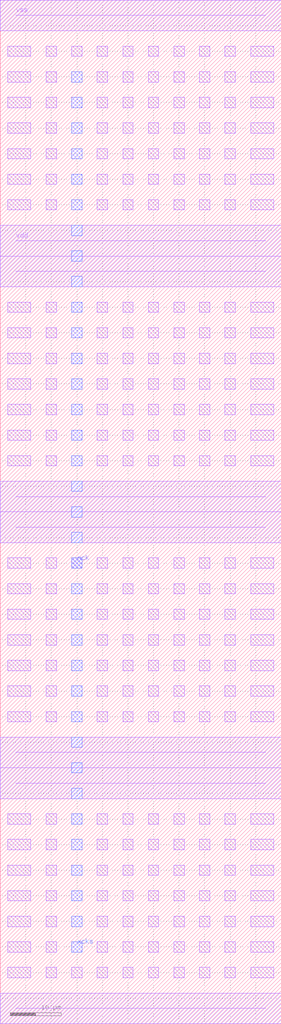
<source format=lef>

MACRO rf_dec_bufad0
    CLASS     CORE ;
    ORIGIN    0.00 0.00 ;
    SIZE      45.00 BY 50.00 ;
    SYMMETRY  X Y ;
    SITE      core ;
    PIN q
        DIRECTION OUTPUT ;
        PORT
            LAYER L_ALU2 ;
            RECT 24.00 29.00 26.00 31.00 ;
        END
    END q
    PIN nq
        DIRECTION OUTPUT ;
        PORT
            LAYER L_ALU2 ;
            RECT 14.00 24.00 16.00 26.00 ;
        END
    END nq
    PIN i
        DIRECTION INPUT ;
        PORT
            LAYER L_ALU1 ;
            RECT 4.00 39.00 6.00 41.00 ;
            RECT 4.00 34.00 6.00 36.00 ;
            RECT 4.00 29.00 6.00 31.00 ;
            RECT 4.00 24.00 6.00 26.00 ;
            RECT 4.00 19.00 6.00 21.00 ;
            RECT 4.00 14.00 6.00 16.00 ;
            RECT 4.00 9.00 6.00 11.00 ;
        END
    END i
    PIN vdd
        DIRECTION INOUT ;
        USE power ;
        SHAPE ABUTMENT ;
        PORT
            LAYER L_ALU1 ;
            WIDTH 6.00 ;
            PATH 3.00 47.00 42.00 47.00 ;
        END
    END vdd
    PIN vss
        DIRECTION INOUT ;
        USE ground ;
        SHAPE ABUTMENT ;
        PORT
            LAYER L_ALU1 ;
            WIDTH 6.00 ;
            PATH 3.00 3.00 42.00 3.00 ;
        END
    END vss
    OBS
        LAYER L_ALU1 ;
        RECT 1.50 9.00 6.00 11.00 ;
        RECT 9.00 9.00 11.00 11.00 ;
        RECT 14.00 9.00 16.00 11.00 ;
        RECT 19.00 9.00 21.00 11.00 ;
        RECT 24.00 9.00 26.00 11.00 ;
        RECT 29.00 9.00 31.00 11.00 ;
        RECT 34.00 9.00 36.00 11.00 ;
        RECT 39.00 9.00 43.50 11.00 ;
        RECT 1.50 14.00 6.00 16.00 ;
        RECT 9.00 14.00 11.00 16.00 ;
        RECT 14.00 14.00 16.00 16.00 ;
        RECT 19.00 14.00 21.00 16.00 ;
        RECT 24.00 14.00 26.00 16.00 ;
        RECT 29.00 14.00 31.00 16.00 ;
        RECT 34.00 14.00 36.00 16.00 ;
        RECT 39.00 14.00 43.50 16.00 ;
        RECT 1.50 19.00 6.00 21.00 ;
        RECT 9.00 19.00 11.00 21.00 ;
        RECT 14.00 19.00 16.00 21.00 ;
        RECT 19.00 19.00 21.00 21.00 ;
        RECT 24.00 19.00 26.00 21.00 ;
        RECT 29.00 19.00 31.00 21.00 ;
        RECT 34.00 19.00 36.00 21.00 ;
        RECT 39.00 19.00 43.50 21.00 ;
        RECT 1.50 24.00 6.00 26.00 ;
        RECT 9.00 24.00 11.00 26.00 ;
        RECT 14.00 24.00 16.00 26.00 ;
        RECT 19.00 24.00 21.00 26.00 ;
        RECT 24.00 24.00 26.00 26.00 ;
        RECT 29.00 24.00 31.00 26.00 ;
        RECT 34.00 24.00 36.00 26.00 ;
        RECT 39.00 24.00 43.50 26.00 ;
        RECT 1.50 29.00 6.00 31.00 ;
        RECT 9.00 29.00 11.00 31.00 ;
        RECT 14.00 29.00 16.00 31.00 ;
        RECT 19.00 29.00 21.00 31.00 ;
        RECT 24.00 29.00 26.00 31.00 ;
        RECT 29.00 29.00 31.00 31.00 ;
        RECT 34.00 29.00 36.00 31.00 ;
        RECT 39.00 29.00 43.50 31.00 ;
        RECT 1.50 34.00 6.00 36.00 ;
        RECT 9.00 34.00 11.00 36.00 ;
        RECT 14.00 34.00 16.00 36.00 ;
        RECT 19.00 34.00 21.00 36.00 ;
        RECT 24.00 34.00 26.00 36.00 ;
        RECT 29.00 34.00 31.00 36.00 ;
        RECT 34.00 34.00 36.00 36.00 ;
        RECT 39.00 34.00 43.50 36.00 ;
        RECT 1.50 39.00 6.00 41.00 ;
        RECT 9.00 39.00 11.00 41.00 ;
        RECT 14.00 39.00 16.00 41.00 ;
        RECT 19.00 39.00 21.00 41.00 ;
        RECT 24.00 39.00 26.00 41.00 ;
        RECT 29.00 39.00 31.00 41.00 ;
        RECT 34.00 39.00 36.00 41.00 ;
        RECT 39.00 39.00 43.50 41.00 ;
        LAYER L_ALU3 ;
        RECT 4.00 -1.00 16.00 51.00 ;
    END
END rf_dec_bufad0


MACRO rf_dec_bufad1
    CLASS     CORE ;
    ORIGIN    0.00 0.00 ;
    SIZE      50.00 BY 50.00 ;
    SYMMETRY  X Y ;
    SITE      core ;
    PIN nq
        DIRECTION OUTPUT ;
        PORT
            LAYER L_ALU3 ;
            RECT 24.00 19.00 26.00 21.00 ;
        END
    END nq
    PIN q
        DIRECTION OUTPUT ;
        PORT
            LAYER L_ALU3 ;
            RECT 29.00 19.00 31.00 21.00 ;
        END
    END q
    PIN i
        DIRECTION INPUT ;
        PORT
            LAYER L_ALU3 ;
            RECT 19.00 19.00 21.00 21.00 ;
        END
    END i
    PIN vdd
        DIRECTION INOUT ;
        USE power ;
        SHAPE ABUTMENT ;
        PORT
            LAYER L_ALU1 ;
            WIDTH 6.00 ;
            PATH 3.00 47.00 47.00 47.00 ;
        END
    END vdd
    PIN vss
        DIRECTION INOUT ;
        USE ground ;
        SHAPE ABUTMENT ;
        PORT
            LAYER L_ALU1 ;
            WIDTH 6.00 ;
            PATH 3.00 3.00 47.00 3.00 ;
        END
    END vss
    OBS
        LAYER L_ALU1 ;
        RECT 1.50 9.00 6.00 11.00 ;
        RECT 9.00 9.00 11.00 11.00 ;
        RECT 14.00 9.00 16.00 11.00 ;
        RECT 19.00 9.00 21.00 11.00 ;
        RECT 24.00 9.00 26.00 11.00 ;
        RECT 29.00 9.00 31.00 11.00 ;
        RECT 34.00 9.00 36.00 11.00 ;
        RECT 39.00 9.00 41.00 11.00 ;
        RECT 44.00 9.00 48.50 11.00 ;
        RECT 1.50 14.00 6.00 16.00 ;
        RECT 9.00 14.00 11.00 16.00 ;
        RECT 14.00 14.00 16.00 16.00 ;
        RECT 19.00 14.00 21.00 16.00 ;
        RECT 24.00 14.00 26.00 16.00 ;
        RECT 29.00 14.00 31.00 16.00 ;
        RECT 34.00 14.00 36.00 16.00 ;
        RECT 39.00 14.00 41.00 16.00 ;
        RECT 44.00 14.00 48.50 16.00 ;
        RECT 1.50 19.00 6.00 21.00 ;
        RECT 9.00 19.00 11.00 21.00 ;
        RECT 14.00 19.00 16.00 21.00 ;
        RECT 19.00 19.00 21.00 21.00 ;
        RECT 24.00 19.00 26.00 21.00 ;
        RECT 29.00 19.00 31.00 21.00 ;
        RECT 34.00 19.00 36.00 21.00 ;
        RECT 39.00 19.00 41.00 21.00 ;
        RECT 44.00 19.00 48.50 21.00 ;
        RECT 1.50 24.00 6.00 26.00 ;
        RECT 9.00 24.00 11.00 26.00 ;
        RECT 14.00 24.00 16.00 26.00 ;
        RECT 19.00 24.00 21.00 26.00 ;
        RECT 24.00 24.00 26.00 26.00 ;
        RECT 29.00 24.00 31.00 26.00 ;
        RECT 34.00 24.00 36.00 26.00 ;
        RECT 39.00 24.00 41.00 26.00 ;
        RECT 44.00 24.00 48.50 26.00 ;
        RECT 1.50 29.00 6.00 31.00 ;
        RECT 9.00 29.00 11.00 31.00 ;
        RECT 14.00 29.00 16.00 31.00 ;
        RECT 19.00 29.00 21.00 31.00 ;
        RECT 24.00 29.00 26.00 31.00 ;
        RECT 29.00 29.00 31.00 31.00 ;
        RECT 34.00 29.00 36.00 31.00 ;
        RECT 39.00 29.00 41.00 31.00 ;
        RECT 44.00 29.00 48.50 31.00 ;
        RECT 1.50 34.00 6.00 36.00 ;
        RECT 9.00 34.00 11.00 36.00 ;
        RECT 14.00 34.00 16.00 36.00 ;
        RECT 19.00 34.00 21.00 36.00 ;
        RECT 24.00 34.00 26.00 36.00 ;
        RECT 29.00 34.00 31.00 36.00 ;
        RECT 34.00 34.00 36.00 36.00 ;
        RECT 39.00 34.00 41.00 36.00 ;
        RECT 44.00 34.00 48.50 36.00 ;
        RECT 1.50 39.00 6.00 41.00 ;
        RECT 9.00 39.00 11.00 41.00 ;
        RECT 14.00 39.00 16.00 41.00 ;
        RECT 19.00 39.00 21.00 41.00 ;
        RECT 24.00 39.00 26.00 41.00 ;
        RECT 29.00 39.00 31.00 41.00 ;
        RECT 34.00 39.00 36.00 41.00 ;
        RECT 39.00 39.00 41.00 41.00 ;
        RECT 44.00 39.00 48.50 41.00 ;
        LAYER L_ALU2 ;
        RECT 19.00 19.00 31.00 21.00 ;
        LAYER L_ALU3 ;
        RECT 4.00 -1.00 16.00 51.00 ;
    END
END rf_dec_bufad1


MACRO rf_dec_bufad2
    CLASS     CORE ;
    ORIGIN    0.00 0.00 ;
    SIZE      50.00 BY 50.00 ;
    SYMMETRY  X Y ;
    SITE      core ;
    PIN q1
        DIRECTION OUTPUT ;
        PORT
            LAYER L_ALU3 ;
            RECT 44.00 19.00 46.00 21.00 ;
        END
    END q1
    PIN nq1
        DIRECTION OUTPUT ;
        PORT
            LAYER L_ALU3 ;
            RECT 34.00 19.00 36.00 21.00 ;
        END
    END nq1
    PIN nq0
        DIRECTION OUTPUT ;
        PORT
            LAYER L_ALU3 ;
            RECT 29.00 19.00 31.00 21.00 ;
        END
    END nq0
    PIN q0
        DIRECTION OUTPUT ;
        PORT
            LAYER L_ALU3 ;
            RECT 19.00 19.00 21.00 21.00 ;
        END
    END q0
    PIN i1
        DIRECTION INPUT ;
        PORT
            LAYER L_ALU3 ;
            RECT 39.00 19.00 41.00 21.00 ;
        END
    END i1
    PIN i0
        DIRECTION INPUT ;
        PORT
            LAYER L_ALU3 ;
            RECT 24.00 19.00 26.00 21.00 ;
        END
    END i0
    PIN vdd
        DIRECTION INOUT ;
        USE power ;
        SHAPE ABUTMENT ;
        PORT
            LAYER L_ALU1 ;
            WIDTH 6.00 ;
            PATH 3.00 47.00 47.00 47.00 ;
        END
    END vdd
    PIN vss
        DIRECTION INOUT ;
        USE ground ;
        SHAPE ABUTMENT ;
        PORT
            LAYER L_ALU1 ;
            WIDTH 6.00 ;
            PATH 3.00 3.00 47.00 3.00 ;
        END
    END vss
    OBS
        LAYER L_ALU1 ;
        RECT 1.50 9.00 6.00 11.00 ;
        RECT 9.00 9.00 11.00 11.00 ;
        RECT 14.00 9.00 16.00 11.00 ;
        RECT 19.00 9.00 21.00 11.00 ;
        RECT 24.00 9.00 26.00 11.00 ;
        RECT 29.00 9.00 31.00 11.00 ;
        RECT 34.00 9.00 36.00 11.00 ;
        RECT 39.00 9.00 41.00 11.00 ;
        RECT 44.00 9.00 48.50 11.00 ;
        RECT 1.50 14.00 6.00 16.00 ;
        RECT 9.00 14.00 11.00 16.00 ;
        RECT 14.00 14.00 16.00 16.00 ;
        RECT 19.00 14.00 21.00 16.00 ;
        RECT 24.00 14.00 26.00 16.00 ;
        RECT 29.00 14.00 31.00 16.00 ;
        RECT 34.00 14.00 36.00 16.00 ;
        RECT 39.00 14.00 41.00 16.00 ;
        RECT 44.00 14.00 48.50 16.00 ;
        RECT 1.50 19.00 6.00 21.00 ;
        RECT 9.00 19.00 11.00 21.00 ;
        RECT 14.00 19.00 16.00 21.00 ;
        RECT 19.00 19.00 21.00 21.00 ;
        RECT 24.00 19.00 26.00 21.00 ;
        RECT 29.00 19.00 31.00 21.00 ;
        RECT 34.00 19.00 36.00 21.00 ;
        RECT 39.00 19.00 41.00 21.00 ;
        RECT 44.00 19.00 48.50 21.00 ;
        RECT 1.50 24.00 6.00 26.00 ;
        RECT 9.00 24.00 11.00 26.00 ;
        RECT 14.00 24.00 16.00 26.00 ;
        RECT 19.00 24.00 21.00 26.00 ;
        RECT 24.00 24.00 26.00 26.00 ;
        RECT 29.00 24.00 31.00 26.00 ;
        RECT 34.00 24.00 36.00 26.00 ;
        RECT 39.00 24.00 41.00 26.00 ;
        RECT 44.00 24.00 48.50 26.00 ;
        RECT 1.50 29.00 6.00 31.00 ;
        RECT 9.00 29.00 11.00 31.00 ;
        RECT 14.00 29.00 16.00 31.00 ;
        RECT 19.00 29.00 21.00 31.00 ;
        RECT 24.00 29.00 26.00 31.00 ;
        RECT 29.00 29.00 31.00 31.00 ;
        RECT 34.00 29.00 36.00 31.00 ;
        RECT 39.00 29.00 41.00 31.00 ;
        RECT 44.00 29.00 48.50 31.00 ;
        RECT 1.50 34.00 6.00 36.00 ;
        RECT 9.00 34.00 11.00 36.00 ;
        RECT 14.00 34.00 16.00 36.00 ;
        RECT 19.00 34.00 21.00 36.00 ;
        RECT 24.00 34.00 26.00 36.00 ;
        RECT 29.00 34.00 31.00 36.00 ;
        RECT 34.00 34.00 36.00 36.00 ;
        RECT 39.00 34.00 41.00 36.00 ;
        RECT 44.00 34.00 48.50 36.00 ;
        RECT 1.50 39.00 6.00 41.00 ;
        RECT 9.00 39.00 11.00 41.00 ;
        RECT 14.00 39.00 16.00 41.00 ;
        RECT 19.00 39.00 21.00 41.00 ;
        RECT 24.00 39.00 26.00 41.00 ;
        RECT 29.00 39.00 31.00 41.00 ;
        RECT 34.00 39.00 36.00 41.00 ;
        RECT 39.00 39.00 41.00 41.00 ;
        RECT 44.00 39.00 48.50 41.00 ;
        LAYER L_ALU2 ;
        RECT 19.00 19.00 46.00 21.00 ;
        LAYER L_ALU3 ;
        RECT 4.00 -1.00 16.00 51.00 ;
    END
END rf_dec_bufad2


MACRO rf_dec_nand2
    CLASS     CORE ;
    ORIGIN    0.00 0.00 ;
    SIZE      50.00 BY 50.00 ;
    SYMMETRY  X Y ;
    SITE      core ;
    PIN nq
        DIRECTION OUTPUT ;
        PORT
            LAYER L_ALU3 ;
            RECT 34.00 19.00 36.00 21.00 ;
        END
    END nq
    PIN i1
        DIRECTION INPUT ;
        PORT
            LAYER L_ALU3 ;
            RECT 24.00 19.00 26.00 21.00 ;
        END
    END i1
    PIN i0
        DIRECTION INPUT ;
        PORT
            LAYER L_ALU3 ;
            RECT 19.00 19.00 21.00 21.00 ;
        END
    END i0
    PIN vdd
        DIRECTION INOUT ;
        USE power ;
        SHAPE ABUTMENT ;
        PORT
            LAYER L_ALU1 ;
            WIDTH 6.00 ;
            PATH 3.00 47.00 47.00 47.00 ;
        END
    END vdd
    PIN vss
        DIRECTION INOUT ;
        USE ground ;
        SHAPE ABUTMENT ;
        PORT
            LAYER L_ALU1 ;
            WIDTH 6.00 ;
            PATH 3.00 3.00 47.00 3.00 ;
        END
    END vss
    OBS
        LAYER L_ALU1 ;
        RECT 1.50 9.00 6.00 11.00 ;
        RECT 9.00 9.00 11.00 11.00 ;
        RECT 14.00 9.00 16.00 11.00 ;
        RECT 19.00 9.00 21.00 11.00 ;
        RECT 24.00 9.00 26.00 11.00 ;
        RECT 29.00 9.00 31.00 11.00 ;
        RECT 34.00 9.00 36.00 11.00 ;
        RECT 39.00 9.00 41.00 11.00 ;
        RECT 44.00 9.00 48.50 11.00 ;
        RECT 1.50 14.00 6.00 16.00 ;
        RECT 9.00 14.00 11.00 16.00 ;
        RECT 14.00 14.00 16.00 16.00 ;
        RECT 19.00 14.00 21.00 16.00 ;
        RECT 24.00 14.00 26.00 16.00 ;
        RECT 29.00 14.00 31.00 16.00 ;
        RECT 34.00 14.00 36.00 16.00 ;
        RECT 39.00 14.00 41.00 16.00 ;
        RECT 44.00 14.00 48.50 16.00 ;
        RECT 1.50 19.00 6.00 21.00 ;
        RECT 9.00 19.00 11.00 21.00 ;
        RECT 14.00 19.00 16.00 21.00 ;
        RECT 19.00 19.00 21.00 21.00 ;
        RECT 24.00 19.00 26.00 21.00 ;
        RECT 29.00 19.00 31.00 21.00 ;
        RECT 34.00 19.00 36.00 21.00 ;
        RECT 39.00 19.00 41.00 21.00 ;
        RECT 44.00 19.00 48.50 21.00 ;
        RECT 1.50 24.00 6.00 26.00 ;
        RECT 9.00 24.00 11.00 26.00 ;
        RECT 14.00 24.00 16.00 26.00 ;
        RECT 19.00 24.00 21.00 26.00 ;
        RECT 24.00 24.00 26.00 26.00 ;
        RECT 29.00 24.00 31.00 26.00 ;
        RECT 34.00 24.00 36.00 26.00 ;
        RECT 39.00 24.00 41.00 26.00 ;
        RECT 44.00 24.00 48.50 26.00 ;
        RECT 1.50 29.00 6.00 31.00 ;
        RECT 9.00 29.00 11.00 31.00 ;
        RECT 14.00 29.00 16.00 31.00 ;
        RECT 19.00 29.00 21.00 31.00 ;
        RECT 24.00 29.00 26.00 31.00 ;
        RECT 29.00 29.00 31.00 31.00 ;
        RECT 34.00 29.00 36.00 31.00 ;
        RECT 39.00 29.00 41.00 31.00 ;
        RECT 44.00 29.00 48.50 31.00 ;
        RECT 1.50 34.00 6.00 36.00 ;
        RECT 9.00 34.00 11.00 36.00 ;
        RECT 14.00 34.00 16.00 36.00 ;
        RECT 19.00 34.00 21.00 36.00 ;
        RECT 24.00 34.00 26.00 36.00 ;
        RECT 29.00 34.00 31.00 36.00 ;
        RECT 34.00 34.00 36.00 36.00 ;
        RECT 39.00 34.00 41.00 36.00 ;
        RECT 44.00 34.00 48.50 36.00 ;
        RECT 1.50 39.00 6.00 41.00 ;
        RECT 9.00 39.00 11.00 41.00 ;
        RECT 14.00 39.00 16.00 41.00 ;
        RECT 19.00 39.00 21.00 41.00 ;
        RECT 24.00 39.00 26.00 41.00 ;
        RECT 29.00 39.00 31.00 41.00 ;
        RECT 34.00 39.00 36.00 41.00 ;
        RECT 39.00 39.00 41.00 41.00 ;
        RECT 44.00 39.00 48.50 41.00 ;
        LAYER L_ALU2 ;
        RECT 19.00 19.00 36.00 21.00 ;
    END
END rf_dec_nand2


MACRO rf_dec_nand3
    CLASS     CORE ;
    ORIGIN    0.00 0.00 ;
    SIZE      50.00 BY 50.00 ;
    SYMMETRY  X Y ;
    SITE      core ;
    PIN nq
        DIRECTION OUTPUT ;
        PORT
            LAYER L_ALU3 ;
            RECT 39.00 19.00 41.00 21.00 ;
        END
    END nq
    PIN i0
        DIRECTION INPUT ;
        PORT
            LAYER L_ALU3 ;
            RECT 34.00 19.00 36.00 21.00 ;
        END
    END i0
    PIN i1
        DIRECTION INPUT ;
        PORT
            LAYER L_ALU3 ;
            RECT 19.00 19.00 21.00 21.00 ;
        END
    END i1
    PIN i2
        DIRECTION INPUT ;
        PORT
            LAYER L_ALU3 ;
            RECT 24.00 19.00 26.00 21.00 ;
        END
    END i2
    PIN vdd
        DIRECTION INOUT ;
        USE power ;
        SHAPE ABUTMENT ;
        PORT
            LAYER L_ALU1 ;
            WIDTH 6.00 ;
            PATH 3.00 47.00 47.00 47.00 ;
        END
    END vdd
    PIN vss
        DIRECTION INOUT ;
        USE ground ;
        SHAPE ABUTMENT ;
        PORT
            LAYER L_ALU1 ;
            WIDTH 6.00 ;
            PATH 3.00 3.00 47.00 3.00 ;
        END
    END vss
    OBS
        LAYER L_ALU1 ;
        RECT 1.50 9.00 6.00 11.00 ;
        RECT 9.00 9.00 11.00 11.00 ;
        RECT 14.00 9.00 16.00 11.00 ;
        RECT 19.00 9.00 21.00 11.00 ;
        RECT 24.00 9.00 26.00 11.00 ;
        RECT 29.00 9.00 31.00 11.00 ;
        RECT 34.00 9.00 36.00 11.00 ;
        RECT 39.00 9.00 41.00 11.00 ;
        RECT 44.00 9.00 48.50 11.00 ;
        RECT 1.50 14.00 6.00 16.00 ;
        RECT 9.00 14.00 11.00 16.00 ;
        RECT 14.00 14.00 16.00 16.00 ;
        RECT 19.00 14.00 21.00 16.00 ;
        RECT 24.00 14.00 26.00 16.00 ;
        RECT 29.00 14.00 31.00 16.00 ;
        RECT 34.00 14.00 36.00 16.00 ;
        RECT 39.00 14.00 41.00 16.00 ;
        RECT 44.00 14.00 48.50 16.00 ;
        RECT 1.50 19.00 6.00 21.00 ;
        RECT 9.00 19.00 11.00 21.00 ;
        RECT 14.00 19.00 16.00 21.00 ;
        RECT 19.00 19.00 21.00 21.00 ;
        RECT 24.00 19.00 26.00 21.00 ;
        RECT 29.00 19.00 31.00 21.00 ;
        RECT 34.00 19.00 36.00 21.00 ;
        RECT 39.00 19.00 41.00 21.00 ;
        RECT 44.00 19.00 48.50 21.00 ;
        RECT 1.50 24.00 6.00 26.00 ;
        RECT 9.00 24.00 11.00 26.00 ;
        RECT 14.00 24.00 16.00 26.00 ;
        RECT 19.00 24.00 21.00 26.00 ;
        RECT 24.00 24.00 26.00 26.00 ;
        RECT 29.00 24.00 31.00 26.00 ;
        RECT 34.00 24.00 36.00 26.00 ;
        RECT 39.00 24.00 41.00 26.00 ;
        RECT 44.00 24.00 48.50 26.00 ;
        RECT 1.50 29.00 6.00 31.00 ;
        RECT 9.00 29.00 11.00 31.00 ;
        RECT 14.00 29.00 16.00 31.00 ;
        RECT 19.00 29.00 21.00 31.00 ;
        RECT 24.00 29.00 26.00 31.00 ;
        RECT 29.00 29.00 31.00 31.00 ;
        RECT 34.00 29.00 36.00 31.00 ;
        RECT 39.00 29.00 41.00 31.00 ;
        RECT 44.00 29.00 48.50 31.00 ;
        RECT 1.50 34.00 6.00 36.00 ;
        RECT 9.00 34.00 11.00 36.00 ;
        RECT 14.00 34.00 16.00 36.00 ;
        RECT 19.00 34.00 21.00 36.00 ;
        RECT 24.00 34.00 26.00 36.00 ;
        RECT 29.00 34.00 31.00 36.00 ;
        RECT 34.00 34.00 36.00 36.00 ;
        RECT 39.00 34.00 41.00 36.00 ;
        RECT 44.00 34.00 48.50 36.00 ;
        RECT 1.50 39.00 6.00 41.00 ;
        RECT 9.00 39.00 11.00 41.00 ;
        RECT 14.00 39.00 16.00 41.00 ;
        RECT 19.00 39.00 21.00 41.00 ;
        RECT 24.00 39.00 26.00 41.00 ;
        RECT 29.00 39.00 31.00 41.00 ;
        RECT 34.00 39.00 36.00 41.00 ;
        RECT 39.00 39.00 41.00 41.00 ;
        RECT 44.00 39.00 48.50 41.00 ;
        LAYER L_ALU2 ;
        RECT 29.00 19.00 36.00 21.00 ;
        RECT 19.00 19.00 41.00 21.00 ;
    END
END rf_dec_nand3


MACRO rf_dec_nand4
    CLASS     CORE ;
    ORIGIN    0.00 0.00 ;
    SIZE      50.00 BY 50.00 ;
    SYMMETRY  X Y ;
    SITE      core ;
    PIN nq
        DIRECTION OUTPUT ;
        PORT
            LAYER L_ALU3 ;
            RECT 39.00 19.00 41.00 21.00 ;
        END
    END nq
    PIN i2
        DIRECTION INPUT ;
        PORT
            LAYER L_ALU3 ;
            RECT 24.00 19.00 26.00 21.00 ;
        END
    END i2
    PIN i1
        DIRECTION INPUT ;
        PORT
            LAYER L_ALU3 ;
            RECT 19.00 19.00 21.00 21.00 ;
        END
    END i1
    PIN i0
        DIRECTION INPUT ;
        PORT
            LAYER L_ALU3 ;
            RECT 14.00 19.00 16.00 21.00 ;
        END
    END i0
    PIN i3
        DIRECTION INPUT ;
        PORT
            LAYER L_ALU3 ;
            RECT 34.00 19.00 36.00 21.00 ;
        END
    END i3
    PIN vdd
        DIRECTION INOUT ;
        USE power ;
        SHAPE ABUTMENT ;
        PORT
            LAYER L_ALU1 ;
            WIDTH 6.00 ;
            PATH 3.00 47.00 47.00 47.00 ;
        END
    END vdd
    PIN vss
        DIRECTION INOUT ;
        USE ground ;
        SHAPE ABUTMENT ;
        PORT
            LAYER L_ALU1 ;
            WIDTH 6.00 ;
            PATH 3.00 3.00 47.00 3.00 ;
        END
    END vss
    OBS
        LAYER L_ALU1 ;
        RECT 1.50 9.00 6.00 11.00 ;
        RECT 9.00 9.00 11.00 11.00 ;
        RECT 14.00 9.00 16.00 11.00 ;
        RECT 19.00 9.00 21.00 11.00 ;
        RECT 24.00 9.00 26.00 11.00 ;
        RECT 29.00 9.00 31.00 11.00 ;
        RECT 34.00 9.00 36.00 11.00 ;
        RECT 39.00 9.00 41.00 11.00 ;
        RECT 44.00 9.00 48.50 11.00 ;
        RECT 1.50 14.00 6.00 16.00 ;
        RECT 9.00 14.00 11.00 16.00 ;
        RECT 14.00 14.00 16.00 16.00 ;
        RECT 19.00 14.00 21.00 16.00 ;
        RECT 24.00 14.00 26.00 16.00 ;
        RECT 29.00 14.00 31.00 16.00 ;
        RECT 34.00 14.00 36.00 16.00 ;
        RECT 39.00 14.00 41.00 16.00 ;
        RECT 44.00 14.00 48.50 16.00 ;
        RECT 1.50 19.00 6.00 21.00 ;
        RECT 9.00 19.00 11.00 21.00 ;
        RECT 14.00 19.00 16.00 21.00 ;
        RECT 19.00 19.00 21.00 21.00 ;
        RECT 24.00 19.00 26.00 21.00 ;
        RECT 29.00 19.00 31.00 21.00 ;
        RECT 34.00 19.00 36.00 21.00 ;
        RECT 39.00 19.00 41.00 21.00 ;
        RECT 44.00 19.00 48.50 21.00 ;
        RECT 1.50 24.00 6.00 26.00 ;
        RECT 9.00 24.00 11.00 26.00 ;
        RECT 14.00 24.00 16.00 26.00 ;
        RECT 19.00 24.00 21.00 26.00 ;
        RECT 24.00 24.00 26.00 26.00 ;
        RECT 29.00 24.00 31.00 26.00 ;
        RECT 34.00 24.00 36.00 26.00 ;
        RECT 39.00 24.00 41.00 26.00 ;
        RECT 44.00 24.00 48.50 26.00 ;
        RECT 1.50 29.00 6.00 31.00 ;
        RECT 9.00 29.00 11.00 31.00 ;
        RECT 14.00 29.00 16.00 31.00 ;
        RECT 19.00 29.00 21.00 31.00 ;
        RECT 24.00 29.00 26.00 31.00 ;
        RECT 29.00 29.00 31.00 31.00 ;
        RECT 34.00 29.00 36.00 31.00 ;
        RECT 39.00 29.00 41.00 31.00 ;
        RECT 44.00 29.00 48.50 31.00 ;
        RECT 1.50 34.00 6.00 36.00 ;
        RECT 9.00 34.00 11.00 36.00 ;
        RECT 14.00 34.00 16.00 36.00 ;
        RECT 19.00 34.00 21.00 36.00 ;
        RECT 24.00 34.00 26.00 36.00 ;
        RECT 29.00 34.00 31.00 36.00 ;
        RECT 34.00 34.00 36.00 36.00 ;
        RECT 39.00 34.00 41.00 36.00 ;
        RECT 44.00 34.00 48.50 36.00 ;
        RECT 1.50 39.00 6.00 41.00 ;
        RECT 9.00 39.00 11.00 41.00 ;
        RECT 14.00 39.00 16.00 41.00 ;
        RECT 19.00 39.00 21.00 41.00 ;
        RECT 24.00 39.00 26.00 41.00 ;
        RECT 29.00 39.00 31.00 41.00 ;
        RECT 34.00 39.00 36.00 41.00 ;
        RECT 39.00 39.00 41.00 41.00 ;
        RECT 44.00 39.00 48.50 41.00 ;
        LAYER L_ALU2 ;
        RECT 14.00 19.00 41.00 21.00 ;
        RECT 29.00 19.00 36.00 21.00 ;
    END
END rf_dec_nand4


MACRO rf_dec_nao3
    CLASS     CORE ;
    ORIGIN    0.00 0.00 ;
    SIZE      25.00 BY 50.00 ;
    SYMMETRY  X Y ;
    SITE      core ;
    PIN nq
        DIRECTION OUTPUT ;
        PORT
            LAYER L_ALU2 ;
            RECT 9.00 14.00 11.00 16.00 ;
        END
    END nq
    PIN i1
        DIRECTION INPUT ;
        PORT
            LAYER L_ALU2 ;
            RECT 4.00 19.00 6.00 21.00 ;
        END
    END i1
    PIN i2
        DIRECTION INPUT ;
        PORT
            LAYER L_ALU2 ;
            RECT 19.00 9.00 21.00 11.00 ;
        END
    END i2
    PIN i0
        DIRECTION INPUT ;
        PORT
            LAYER L_ALU2 ;
            RECT 9.00 39.00 11.00 41.00 ;
        END
    END i0
    PIN vdd
        DIRECTION INOUT ;
        USE power ;
        SHAPE ABUTMENT ;
        PORT
            LAYER L_ALU1 ;
            WIDTH 6.00 ;
            PATH 3.00 47.00 22.00 47.00 ;
        END
    END vdd
    PIN vss
        DIRECTION INOUT ;
        USE ground ;
        SHAPE ABUTMENT ;
        PORT
            LAYER L_ALU1 ;
            WIDTH 6.00 ;
            PATH 3.00 3.00 22.00 3.00 ;
        END
    END vss
    OBS
        LAYER L_ALU1 ;
        RECT 1.50 9.00 6.00 11.00 ;
        RECT 9.00 9.00 11.00 11.00 ;
        RECT 14.00 9.00 16.00 11.00 ;
        RECT 19.00 9.00 23.50 11.00 ;
        RECT 1.50 14.00 6.00 16.00 ;
        RECT 9.00 14.00 11.00 16.00 ;
        RECT 14.00 14.00 16.00 16.00 ;
        RECT 19.00 14.00 23.50 16.00 ;
        RECT 1.50 19.00 6.00 21.00 ;
        RECT 9.00 19.00 11.00 21.00 ;
        RECT 14.00 19.00 16.00 21.00 ;
        RECT 19.00 19.00 23.50 21.00 ;
        RECT 1.50 24.00 6.00 26.00 ;
        RECT 9.00 24.00 11.00 26.00 ;
        RECT 14.00 24.00 16.00 26.00 ;
        RECT 19.00 24.00 23.50 26.00 ;
        RECT 1.50 29.00 6.00 31.00 ;
        RECT 9.00 29.00 11.00 31.00 ;
        RECT 14.00 29.00 16.00 31.00 ;
        RECT 19.00 29.00 23.50 31.00 ;
        RECT 1.50 34.00 6.00 36.00 ;
        RECT 9.00 34.00 11.00 36.00 ;
        RECT 14.00 34.00 16.00 36.00 ;
        RECT 19.00 34.00 23.50 36.00 ;
        RECT 1.50 39.00 6.00 41.00 ;
        RECT 9.00 39.00 11.00 41.00 ;
        RECT 14.00 39.00 16.00 41.00 ;
        RECT 19.00 39.00 23.50 41.00 ;
        LAYER L_ALU2 ;
        RECT 4.00 19.00 11.00 21.00 ;
    END
END rf_dec_nao3


MACRO rf_dec_nbuf
    CLASS     CORE ;
    ORIGIN    0.00 0.00 ;
    SIZE      55.00 BY 50.00 ;
    SYMMETRY  X Y ;
    SITE      core ;
    PIN nq
        DIRECTION OUTPUT ;
        PORT
            LAYER L_ALU2 ;
            RECT 19.00 9.00 21.00 11.00 ;
            RECT 14.00 9.00 16.00 11.00 ;
            RECT 9.00 9.00 11.00 11.00 ;
        END
    END nq
    PIN i
        DIRECTION INPUT ;
        PORT
            LAYER L_ALU1 ;
            RECT 49.00 39.00 51.00 41.00 ;
            RECT 49.00 34.00 51.00 36.00 ;
            RECT 49.00 29.00 51.00 31.00 ;
            RECT 49.00 24.00 51.00 26.00 ;
            RECT 49.00 19.00 51.00 21.00 ;
            RECT 49.00 14.00 51.00 16.00 ;
            RECT 49.00 9.00 51.00 11.00 ;
        END
    END i
    PIN vdd
        DIRECTION INOUT ;
        USE power ;
        SHAPE ABUTMENT ;
        PORT
            LAYER L_ALU1 ;
            WIDTH 6.00 ;
            PATH 3.00 47.00 52.00 47.00 ;
        END
    END vdd
    PIN vss
        DIRECTION INOUT ;
        USE ground ;
        SHAPE ABUTMENT ;
        PORT
            LAYER L_ALU1 ;
            WIDTH 6.00 ;
            PATH 3.00 3.00 52.00 3.00 ;
        END
    END vss
    OBS
        LAYER L_ALU1 ;
        RECT 1.50 9.00 6.00 11.00 ;
        RECT 9.00 9.00 11.00 11.00 ;
        RECT 14.00 9.00 16.00 11.00 ;
        RECT 19.00 9.00 21.00 11.00 ;
        RECT 24.00 9.00 26.00 11.00 ;
        RECT 29.00 9.00 31.00 11.00 ;
        RECT 34.00 9.00 36.00 11.00 ;
        RECT 39.00 9.00 41.00 11.00 ;
        RECT 44.00 9.00 46.00 11.00 ;
        RECT 49.00 9.00 53.50 11.00 ;
        RECT 1.50 14.00 6.00 16.00 ;
        RECT 9.00 14.00 11.00 16.00 ;
        RECT 14.00 14.00 16.00 16.00 ;
        RECT 19.00 14.00 21.00 16.00 ;
        RECT 24.00 14.00 26.00 16.00 ;
        RECT 29.00 14.00 31.00 16.00 ;
        RECT 34.00 14.00 36.00 16.00 ;
        RECT 39.00 14.00 41.00 16.00 ;
        RECT 44.00 14.00 46.00 16.00 ;
        RECT 49.00 14.00 53.50 16.00 ;
        RECT 1.50 19.00 6.00 21.00 ;
        RECT 9.00 19.00 11.00 21.00 ;
        RECT 14.00 19.00 16.00 21.00 ;
        RECT 19.00 19.00 21.00 21.00 ;
        RECT 24.00 19.00 26.00 21.00 ;
        RECT 29.00 19.00 31.00 21.00 ;
        RECT 34.00 19.00 36.00 21.00 ;
        RECT 39.00 19.00 41.00 21.00 ;
        RECT 44.00 19.00 46.00 21.00 ;
        RECT 49.00 19.00 53.50 21.00 ;
        RECT 1.50 24.00 6.00 26.00 ;
        RECT 9.00 24.00 11.00 26.00 ;
        RECT 14.00 24.00 16.00 26.00 ;
        RECT 19.00 24.00 21.00 26.00 ;
        RECT 24.00 24.00 26.00 26.00 ;
        RECT 29.00 24.00 31.00 26.00 ;
        RECT 34.00 24.00 36.00 26.00 ;
        RECT 39.00 24.00 41.00 26.00 ;
        RECT 44.00 24.00 46.00 26.00 ;
        RECT 49.00 24.00 53.50 26.00 ;
        RECT 1.50 29.00 6.00 31.00 ;
        RECT 9.00 29.00 11.00 31.00 ;
        RECT 14.00 29.00 16.00 31.00 ;
        RECT 19.00 29.00 21.00 31.00 ;
        RECT 24.00 29.00 26.00 31.00 ;
        RECT 29.00 29.00 31.00 31.00 ;
        RECT 34.00 29.00 36.00 31.00 ;
        RECT 39.00 29.00 41.00 31.00 ;
        RECT 44.00 29.00 46.00 31.00 ;
        RECT 49.00 29.00 53.50 31.00 ;
        RECT 1.50 34.00 6.00 36.00 ;
        RECT 9.00 34.00 11.00 36.00 ;
        RECT 14.00 34.00 16.00 36.00 ;
        RECT 19.00 34.00 21.00 36.00 ;
        RECT 24.00 34.00 26.00 36.00 ;
        RECT 29.00 34.00 31.00 36.00 ;
        RECT 34.00 34.00 36.00 36.00 ;
        RECT 39.00 34.00 41.00 36.00 ;
        RECT 44.00 34.00 46.00 36.00 ;
        RECT 49.00 34.00 53.50 36.00 ;
        RECT 1.50 39.00 6.00 41.00 ;
        RECT 9.00 39.00 11.00 41.00 ;
        RECT 14.00 39.00 16.00 41.00 ;
        RECT 19.00 39.00 21.00 41.00 ;
        RECT 24.00 39.00 26.00 41.00 ;
        RECT 29.00 39.00 31.00 41.00 ;
        RECT 34.00 39.00 36.00 41.00 ;
        RECT 39.00 39.00 41.00 41.00 ;
        RECT 44.00 39.00 46.00 41.00 ;
        RECT 49.00 39.00 53.50 41.00 ;
        LAYER L_ALU3 ;
        RECT 39.00 -1.00 51.00 51.00 ;
    END
END rf_dec_nbuf


MACRO rf_dec_nor3
    CLASS     CORE ;
    ORIGIN    0.00 0.00 ;
    SIZE      25.00 BY 50.00 ;
    SYMMETRY  X Y ;
    SITE      core ;
    PIN nq
        DIRECTION OUTPUT ;
        PORT
            LAYER L_ALU2 ;
            RECT 9.00 14.00 11.00 16.00 ;
        END
    END nq
    PIN i1
        DIRECTION INPUT ;
        PORT
            LAYER L_ALU2 ;
            RECT 4.00 19.00 6.00 21.00 ;
        END
    END i1
    PIN i2
        DIRECTION INPUT ;
        PORT
            LAYER L_ALU2 ;
            RECT 19.00 9.00 21.00 11.00 ;
        END
    END i2
    PIN i0
        DIRECTION INPUT ;
        PORT
            LAYER L_ALU2 ;
            RECT 9.00 39.00 11.00 41.00 ;
        END
    END i0
    PIN vdd
        DIRECTION INOUT ;
        USE power ;
        SHAPE ABUTMENT ;
        PORT
            LAYER L_ALU1 ;
            WIDTH 6.00 ;
            PATH 3.00 47.00 22.00 47.00 ;
        END
    END vdd
    PIN vss
        DIRECTION INOUT ;
        USE ground ;
        SHAPE ABUTMENT ;
        PORT
            LAYER L_ALU1 ;
            WIDTH 6.00 ;
            PATH 3.00 3.00 22.00 3.00 ;
        END
    END vss
    OBS
        LAYER L_ALU1 ;
        RECT 1.50 9.00 6.00 11.00 ;
        RECT 9.00 9.00 11.00 11.00 ;
        RECT 14.00 9.00 16.00 11.00 ;
        RECT 19.00 9.00 23.50 11.00 ;
        RECT 1.50 14.00 6.00 16.00 ;
        RECT 9.00 14.00 11.00 16.00 ;
        RECT 14.00 14.00 16.00 16.00 ;
        RECT 19.00 14.00 23.50 16.00 ;
        RECT 1.50 19.00 6.00 21.00 ;
        RECT 9.00 19.00 11.00 21.00 ;
        RECT 14.00 19.00 16.00 21.00 ;
        RECT 19.00 19.00 23.50 21.00 ;
        RECT 1.50 24.00 6.00 26.00 ;
        RECT 9.00 24.00 11.00 26.00 ;
        RECT 14.00 24.00 16.00 26.00 ;
        RECT 19.00 24.00 23.50 26.00 ;
        RECT 1.50 29.00 6.00 31.00 ;
        RECT 9.00 29.00 11.00 31.00 ;
        RECT 14.00 29.00 16.00 31.00 ;
        RECT 19.00 29.00 23.50 31.00 ;
        RECT 1.50 34.00 6.00 36.00 ;
        RECT 9.00 34.00 11.00 36.00 ;
        RECT 14.00 34.00 16.00 36.00 ;
        RECT 19.00 34.00 23.50 36.00 ;
        RECT 1.50 39.00 6.00 41.00 ;
        RECT 9.00 39.00 11.00 41.00 ;
        RECT 14.00 39.00 16.00 41.00 ;
        RECT 19.00 39.00 23.50 41.00 ;
        LAYER L_ALU2 ;
        RECT 4.00 19.00 11.00 21.00 ;
    END
END rf_dec_nor3


MACRO rf_in_buf_2
    CLASS     CORE ;
    ORIGIN    0.00 0.00 ;
    SIZE      30.00 BY 100.00 ;
    SYMMETRY  X Y ;
    SITE      core ;
    PIN nck
        DIRECTION OUTPUT ;
        PORT
            LAYER L_ALU2 ;
            RECT 19.00 89.00 21.00 91.00 ;
            RECT 14.00 89.00 16.00 91.00 ;
        END
    END nck
    PIN ck
        DIRECTION INPUT ;
        PORT
            LAYER L_ALU1 ;
            RECT 4.00 74.00 6.00 76.00 ;
            RECT 4.00 69.00 6.00 71.00 ;
            RECT 4.00 64.00 6.00 66.00 ;
            RECT 4.00 59.00 6.00 61.00 ;
        END
    END ck
    PIN vdd
        DIRECTION INOUT ;
        USE power ;
        SHAPE ABUTMENT ;
        PORT
            LAYER L_ALU1 ;
            WIDTH 6.00 ;
            PATH 3.00 47.00 27.00 47.00 ;
            LAYER L_ALU1 ;
            WIDTH 6.00 ;
            PATH 3.00 53.00 27.00 53.00 ;
        END
    END vdd
    PIN vss
        DIRECTION INOUT ;
        USE ground ;
        SHAPE ABUTMENT ;
        PORT
            LAYER L_ALU1 ;
            WIDTH 6.00 ;
            PATH 3.00 3.00 27.00 3.00 ;
            LAYER L_ALU1 ;
            WIDTH 6.00 ;
            PATH 3.00 97.00 27.00 97.00 ;
        END
    END vss
    OBS
        LAYER L_ALU1 ;
        RECT 1.50 9.00 6.00 11.00 ;
        RECT 9.00 9.00 11.00 11.00 ;
        RECT 14.00 9.00 16.00 11.00 ;
        RECT 19.00 9.00 21.00 11.00 ;
        RECT 24.00 9.00 28.50 11.00 ;
        RECT 1.50 14.00 6.00 16.00 ;
        RECT 9.00 14.00 11.00 16.00 ;
        RECT 14.00 14.00 16.00 16.00 ;
        RECT 19.00 14.00 21.00 16.00 ;
        RECT 24.00 14.00 28.50 16.00 ;
        RECT 1.50 19.00 6.00 21.00 ;
        RECT 9.00 19.00 11.00 21.00 ;
        RECT 14.00 19.00 16.00 21.00 ;
        RECT 19.00 19.00 21.00 21.00 ;
        RECT 24.00 19.00 28.50 21.00 ;
        RECT 1.50 24.00 6.00 26.00 ;
        RECT 9.00 24.00 11.00 26.00 ;
        RECT 14.00 24.00 16.00 26.00 ;
        RECT 19.00 24.00 21.00 26.00 ;
        RECT 24.00 24.00 28.50 26.00 ;
        RECT 1.50 29.00 6.00 31.00 ;
        RECT 9.00 29.00 11.00 31.00 ;
        RECT 14.00 29.00 16.00 31.00 ;
        RECT 19.00 29.00 21.00 31.00 ;
        RECT 24.00 29.00 28.50 31.00 ;
        RECT 1.50 34.00 6.00 36.00 ;
        RECT 9.00 34.00 11.00 36.00 ;
        RECT 14.00 34.00 16.00 36.00 ;
        RECT 19.00 34.00 21.00 36.00 ;
        RECT 24.00 34.00 28.50 36.00 ;
        RECT 1.50 39.00 6.00 41.00 ;
        RECT 9.00 39.00 11.00 41.00 ;
        RECT 14.00 39.00 16.00 41.00 ;
        RECT 19.00 39.00 21.00 41.00 ;
        RECT 24.00 39.00 28.50 41.00 ;
        RECT 1.50 59.00 6.00 61.00 ;
        RECT 9.00 59.00 11.00 61.00 ;
        RECT 14.00 59.00 16.00 61.00 ;
        RECT 19.00 59.00 21.00 61.00 ;
        RECT 24.00 59.00 28.50 61.00 ;
        RECT 1.50 64.00 6.00 66.00 ;
        RECT 9.00 64.00 11.00 66.00 ;
        RECT 14.00 64.00 16.00 66.00 ;
        RECT 19.00 64.00 21.00 66.00 ;
        RECT 24.00 64.00 28.50 66.00 ;
        RECT 1.50 69.00 6.00 71.00 ;
        RECT 9.00 69.00 11.00 71.00 ;
        RECT 14.00 69.00 16.00 71.00 ;
        RECT 19.00 69.00 21.00 71.00 ;
        RECT 24.00 69.00 28.50 71.00 ;
        RECT 1.50 74.00 6.00 76.00 ;
        RECT 9.00 74.00 11.00 76.00 ;
        RECT 14.00 74.00 16.00 76.00 ;
        RECT 19.00 74.00 21.00 76.00 ;
        RECT 24.00 74.00 28.50 76.00 ;
        RECT 1.50 79.00 6.00 81.00 ;
        RECT 9.00 79.00 11.00 81.00 ;
        RECT 14.00 79.00 16.00 81.00 ;
        RECT 19.00 79.00 21.00 81.00 ;
        RECT 24.00 79.00 28.50 81.00 ;
        RECT 1.50 84.00 6.00 86.00 ;
        RECT 9.00 84.00 11.00 86.00 ;
        RECT 14.00 84.00 16.00 86.00 ;
        RECT 19.00 84.00 21.00 86.00 ;
        RECT 24.00 84.00 28.50 86.00 ;
        RECT 1.50 89.00 6.00 91.00 ;
        RECT 9.00 89.00 11.00 91.00 ;
        RECT 14.00 89.00 16.00 91.00 ;
        RECT 19.00 89.00 21.00 91.00 ;
        RECT 24.00 89.00 28.50 91.00 ;
    END
END rf_in_buf_2


MACRO rf_in_buf_4
    CLASS     CORE ;
    ORIGIN    0.00 0.00 ;
    SIZE      30.00 BY 200.00 ;
    SYMMETRY  X Y ;
    SITE      core ;
    PIN nck
        DIRECTION OUTPUT ;
        PORT
            LAYER L_ALU2 ;
            RECT 19.00 89.00 21.00 91.00 ;
            RECT 14.00 89.00 16.00 91.00 ;
        END
    END nck
    PIN ck
        DIRECTION INPUT ;
        PORT
            LAYER L_ALU1 ;
            RECT 4.00 74.00 6.00 76.00 ;
            RECT 4.00 69.00 6.00 71.00 ;
            RECT 4.00 64.00 6.00 66.00 ;
            RECT 4.00 59.00 6.00 61.00 ;
        END
    END ck
    PIN vdd
        DIRECTION INOUT ;
        USE power ;
        SHAPE ABUTMENT ;
        PORT
            LAYER L_ALU1 ;
            WIDTH 6.00 ;
            PATH 3.00 47.00 27.00 47.00 ;
            LAYER L_ALU1 ;
            WIDTH 6.00 ;
            PATH 3.00 53.00 27.00 53.00 ;
            LAYER L_ALU1 ;
            WIDTH 6.00 ;
            PATH 3.00 147.00 27.00 147.00 ;
            LAYER L_ALU1 ;
            WIDTH 6.00 ;
            PATH 3.00 153.00 27.00 153.00 ;
        END
    END vdd
    PIN vss
        DIRECTION INOUT ;
        USE ground ;
        SHAPE ABUTMENT ;
        PORT
            LAYER L_ALU1 ;
            WIDTH 6.00 ;
            PATH 3.00 3.00 27.00 3.00 ;
            LAYER L_ALU1 ;
            WIDTH 6.00 ;
            PATH 3.00 97.00 27.00 97.00 ;
            LAYER L_ALU1 ;
            WIDTH 6.00 ;
            PATH 3.00 103.00 27.00 103.00 ;
        END
    END vss
    OBS
        LAYER L_ALU1 ;
        RECT 1.50 9.00 6.00 11.00 ;
        RECT 9.00 9.00 11.00 11.00 ;
        RECT 14.00 9.00 16.00 11.00 ;
        RECT 19.00 9.00 21.00 11.00 ;
        RECT 24.00 9.00 28.50 11.00 ;
        RECT 1.50 14.00 6.00 16.00 ;
        RECT 9.00 14.00 11.00 16.00 ;
        RECT 14.00 14.00 16.00 16.00 ;
        RECT 19.00 14.00 21.00 16.00 ;
        RECT 24.00 14.00 28.50 16.00 ;
        RECT 1.50 19.00 6.00 21.00 ;
        RECT 9.00 19.00 11.00 21.00 ;
        RECT 14.00 19.00 16.00 21.00 ;
        RECT 19.00 19.00 21.00 21.00 ;
        RECT 24.00 19.00 28.50 21.00 ;
        RECT 1.50 24.00 6.00 26.00 ;
        RECT 9.00 24.00 11.00 26.00 ;
        RECT 14.00 24.00 16.00 26.00 ;
        RECT 19.00 24.00 21.00 26.00 ;
        RECT 24.00 24.00 28.50 26.00 ;
        RECT 1.50 29.00 6.00 31.00 ;
        RECT 9.00 29.00 11.00 31.00 ;
        RECT 14.00 29.00 16.00 31.00 ;
        RECT 19.00 29.00 21.00 31.00 ;
        RECT 24.00 29.00 28.50 31.00 ;
        RECT 1.50 34.00 6.00 36.00 ;
        RECT 9.00 34.00 11.00 36.00 ;
        RECT 14.00 34.00 16.00 36.00 ;
        RECT 19.00 34.00 21.00 36.00 ;
        RECT 24.00 34.00 28.50 36.00 ;
        RECT 1.50 39.00 6.00 41.00 ;
        RECT 9.00 39.00 11.00 41.00 ;
        RECT 14.00 39.00 16.00 41.00 ;
        RECT 19.00 39.00 21.00 41.00 ;
        RECT 24.00 39.00 28.50 41.00 ;
        RECT 1.50 59.00 6.00 61.00 ;
        RECT 9.00 59.00 11.00 61.00 ;
        RECT 14.00 59.00 16.00 61.00 ;
        RECT 19.00 59.00 21.00 61.00 ;
        RECT 24.00 59.00 28.50 61.00 ;
        RECT 1.50 64.00 6.00 66.00 ;
        RECT 9.00 64.00 11.00 66.00 ;
        RECT 14.00 64.00 16.00 66.00 ;
        RECT 19.00 64.00 21.00 66.00 ;
        RECT 24.00 64.00 28.50 66.00 ;
        RECT 1.50 69.00 6.00 71.00 ;
        RECT 9.00 69.00 11.00 71.00 ;
        RECT 14.00 69.00 16.00 71.00 ;
        RECT 19.00 69.00 21.00 71.00 ;
        RECT 24.00 69.00 28.50 71.00 ;
        RECT 1.50 74.00 6.00 76.00 ;
        RECT 9.00 74.00 11.00 76.00 ;
        RECT 14.00 74.00 16.00 76.00 ;
        RECT 19.00 74.00 21.00 76.00 ;
        RECT 24.00 74.00 28.50 76.00 ;
        RECT 1.50 79.00 6.00 81.00 ;
        RECT 9.00 79.00 11.00 81.00 ;
        RECT 14.00 79.00 16.00 81.00 ;
        RECT 19.00 79.00 21.00 81.00 ;
        RECT 24.00 79.00 28.50 81.00 ;
        RECT 1.50 84.00 6.00 86.00 ;
        RECT 9.00 84.00 11.00 86.00 ;
        RECT 14.00 84.00 16.00 86.00 ;
        RECT 19.00 84.00 21.00 86.00 ;
        RECT 24.00 84.00 28.50 86.00 ;
        RECT 1.50 89.00 6.00 91.00 ;
        RECT 9.00 89.00 11.00 91.00 ;
        RECT 14.00 89.00 16.00 91.00 ;
        RECT 19.00 89.00 21.00 91.00 ;
        RECT 24.00 89.00 28.50 91.00 ;
        RECT 1.50 109.00 6.00 111.00 ;
        RECT 9.00 109.00 11.00 111.00 ;
        RECT 14.00 109.00 16.00 111.00 ;
        RECT 19.00 109.00 21.00 111.00 ;
        RECT 24.00 109.00 28.50 111.00 ;
        RECT 1.50 114.00 6.00 116.00 ;
        RECT 9.00 114.00 11.00 116.00 ;
        RECT 14.00 114.00 16.00 116.00 ;
        RECT 19.00 114.00 21.00 116.00 ;
        RECT 24.00 114.00 28.50 116.00 ;
        RECT 1.50 119.00 6.00 121.00 ;
        RECT 9.00 119.00 11.00 121.00 ;
        RECT 14.00 119.00 16.00 121.00 ;
        RECT 19.00 119.00 21.00 121.00 ;
        RECT 24.00 119.00 28.50 121.00 ;
        RECT 1.50 124.00 6.00 126.00 ;
        RECT 9.00 124.00 11.00 126.00 ;
        RECT 14.00 124.00 16.00 126.00 ;
        RECT 19.00 124.00 21.00 126.00 ;
        RECT 24.00 124.00 28.50 126.00 ;
        RECT 1.50 129.00 6.00 131.00 ;
        RECT 9.00 129.00 11.00 131.00 ;
        RECT 14.00 129.00 16.00 131.00 ;
        RECT 19.00 129.00 21.00 131.00 ;
        RECT 24.00 129.00 28.50 131.00 ;
        RECT 1.50 134.00 6.00 136.00 ;
        RECT 9.00 134.00 11.00 136.00 ;
        RECT 14.00 134.00 16.00 136.00 ;
        RECT 19.00 134.00 21.00 136.00 ;
        RECT 24.00 134.00 28.50 136.00 ;
        RECT 1.50 139.00 6.00 141.00 ;
        RECT 9.00 139.00 11.00 141.00 ;
        RECT 14.00 139.00 16.00 141.00 ;
        RECT 19.00 139.00 21.00 141.00 ;
        RECT 24.00 139.00 28.50 141.00 ;
        RECT 1.50 159.00 6.00 161.00 ;
        RECT 9.00 159.00 11.00 161.00 ;
        RECT 14.00 159.00 16.00 161.00 ;
        RECT 19.00 159.00 21.00 161.00 ;
        RECT 24.00 159.00 28.50 161.00 ;
        RECT 1.50 164.00 6.00 166.00 ;
        RECT 9.00 164.00 11.00 166.00 ;
        RECT 14.00 164.00 16.00 166.00 ;
        RECT 19.00 164.00 21.00 166.00 ;
        RECT 24.00 164.00 28.50 166.00 ;
        RECT 1.50 169.00 6.00 171.00 ;
        RECT 9.00 169.00 11.00 171.00 ;
        RECT 14.00 169.00 16.00 171.00 ;
        RECT 19.00 169.00 21.00 171.00 ;
        RECT 24.00 169.00 28.50 171.00 ;
        RECT 1.50 174.00 6.00 176.00 ;
        RECT 9.00 174.00 11.00 176.00 ;
        RECT 14.00 174.00 16.00 176.00 ;
        RECT 19.00 174.00 21.00 176.00 ;
        RECT 24.00 174.00 28.50 176.00 ;
        RECT 1.50 179.00 6.00 181.00 ;
        RECT 9.00 179.00 11.00 181.00 ;
        RECT 14.00 179.00 16.00 181.00 ;
        RECT 19.00 179.00 21.00 181.00 ;
        RECT 24.00 179.00 28.50 181.00 ;
        RECT 1.50 184.00 6.00 186.00 ;
        RECT 9.00 184.00 11.00 186.00 ;
        RECT 14.00 184.00 16.00 186.00 ;
        RECT 19.00 184.00 21.00 186.00 ;
        RECT 24.00 184.00 28.50 186.00 ;
        RECT 1.50 189.00 6.00 191.00 ;
        RECT 9.00 189.00 11.00 191.00 ;
        RECT 14.00 189.00 16.00 191.00 ;
        RECT 19.00 189.00 21.00 191.00 ;
        RECT 24.00 189.00 28.50 191.00 ;
    END
END rf_in_buf_4


MACRO rf_in_mem
    CLASS     CORE ;
    ORIGIN    0.00 0.00 ;
    SIZE      30.00 BY 50.00 ;
    SYMMETRY  X Y ;
    SITE      core ;
    PIN dinx
        DIRECTION OUTPUT ;
        PORT
            LAYER L_ALU2 ;
            RECT 9.00 9.00 11.00 11.00 ;
        END
    END dinx
    PIN datain
        DIRECTION INPUT ;
        PORT
            LAYER L_ALU1 ;
            RECT 14.00 39.00 16.00 41.00 ;
            RECT 14.00 34.00 16.00 36.00 ;
            RECT 14.00 29.00 16.00 31.00 ;
            RECT 14.00 24.00 16.00 26.00 ;
            RECT 14.00 19.00 16.00 21.00 ;
            RECT 14.00 14.00 16.00 16.00 ;
        END
    END datain
    PIN vdd
        DIRECTION INOUT ;
        USE power ;
        SHAPE ABUTMENT ;
        PORT
            LAYER L_ALU1 ;
            WIDTH 6.00 ;
            PATH 3.00 47.00 27.00 47.00 ;
        END
    END vdd
    PIN vss
        DIRECTION INOUT ;
        USE ground ;
        SHAPE ABUTMENT ;
        PORT
            LAYER L_ALU1 ;
            WIDTH 6.00 ;
            PATH 3.00 3.00 27.00 3.00 ;
        END
    END vss
    OBS
        LAYER L_ALU1 ;
        RECT 1.50 9.00 6.00 11.00 ;
        RECT 9.00 9.00 11.00 11.00 ;
        RECT 14.00 9.00 16.00 11.00 ;
        RECT 19.00 9.00 21.00 11.00 ;
        RECT 24.00 9.00 28.50 11.00 ;
        RECT 1.50 14.00 6.00 16.00 ;
        RECT 9.00 14.00 11.00 16.00 ;
        RECT 14.00 14.00 16.00 16.00 ;
        RECT 19.00 14.00 21.00 16.00 ;
        RECT 24.00 14.00 28.50 16.00 ;
        RECT 1.50 19.00 6.00 21.00 ;
        RECT 9.00 19.00 11.00 21.00 ;
        RECT 14.00 19.00 16.00 21.00 ;
        RECT 19.00 19.00 21.00 21.00 ;
        RECT 24.00 19.00 28.50 21.00 ;
        RECT 1.50 24.00 6.00 26.00 ;
        RECT 9.00 24.00 11.00 26.00 ;
        RECT 14.00 24.00 16.00 26.00 ;
        RECT 19.00 24.00 21.00 26.00 ;
        RECT 24.00 24.00 28.50 26.00 ;
        RECT 1.50 29.00 6.00 31.00 ;
        RECT 9.00 29.00 11.00 31.00 ;
        RECT 14.00 29.00 16.00 31.00 ;
        RECT 19.00 29.00 21.00 31.00 ;
        RECT 24.00 29.00 28.50 31.00 ;
        RECT 1.50 34.00 6.00 36.00 ;
        RECT 9.00 34.00 11.00 36.00 ;
        RECT 14.00 34.00 16.00 36.00 ;
        RECT 19.00 34.00 21.00 36.00 ;
        RECT 24.00 34.00 28.50 36.00 ;
        RECT 1.50 39.00 6.00 41.00 ;
        RECT 9.00 39.00 11.00 41.00 ;
        RECT 14.00 39.00 16.00 41.00 ;
        RECT 19.00 39.00 21.00 41.00 ;
        RECT 24.00 39.00 28.50 41.00 ;
    END
END rf_in_mem


MACRO rf_inmux_buf_2
    CLASS     CORE ;
    ORIGIN    0.00 0.00 ;
    SIZE      45.00 BY 100.00 ;
    SYMMETRY  X Y ;
    SITE      core ;
    PIN nck
        DIRECTION OUTPUT ;
        PORT
            LAYER L_ALU2 ;
            RECT 34.00 89.00 36.00 91.00 ;
            RECT 29.00 89.00 31.00 91.00 ;
        END
    END nck
    PIN sel1
        DIRECTION OUTPUT ;
        PORT
            LAYER L_ALU3 ;
            RECT 24.00 14.00 26.00 16.00 ;
        END
    END sel1
    PIN sel0
        DIRECTION OUTPUT ;
        PORT
            LAYER L_ALU3 ;
            RECT 34.00 39.00 36.00 41.00 ;
        END
    END sel0
    PIN sel
        DIRECTION INPUT ;
        PORT
            LAYER L_ALU1 ;
            RECT 14.00 89.00 16.00 91.00 ;
            RECT 14.00 84.00 16.00 86.00 ;
            RECT 14.00 79.00 16.00 81.00 ;
            RECT 14.00 74.00 16.00 76.00 ;
            RECT 14.00 69.00 16.00 71.00 ;
        END
    END sel
    PIN ck
        DIRECTION INPUT ;
        PORT
            LAYER L_ALU1 ;
            RECT 19.00 89.00 21.00 91.00 ;
            RECT 19.00 84.00 21.00 86.00 ;
            RECT 19.00 79.00 21.00 81.00 ;
            RECT 19.00 74.00 21.00 76.00 ;
            RECT 19.00 69.00 21.00 71.00 ;
        END
    END ck
    PIN vdd
        DIRECTION INOUT ;
        USE power ;
        SHAPE ABUTMENT ;
        PORT
            LAYER L_ALU1 ;
            WIDTH 6.00 ;
            PATH 3.00 47.00 42.00 47.00 ;
            LAYER L_ALU1 ;
            WIDTH 6.00 ;
            PATH 3.00 53.00 42.00 53.00 ;
        END
    END vdd
    PIN vss
        DIRECTION INOUT ;
        USE ground ;
        SHAPE ABUTMENT ;
        PORT
            LAYER L_ALU1 ;
            WIDTH 6.00 ;
            PATH 3.00 3.00 42.00 3.00 ;
            LAYER L_ALU1 ;
            WIDTH 6.00 ;
            PATH 3.00 97.00 42.00 97.00 ;
        END
    END vss
    OBS
        LAYER L_ALU1 ;
        RECT 1.50 9.00 6.00 11.00 ;
        RECT 9.00 9.00 11.00 11.00 ;
        RECT 14.00 9.00 16.00 11.00 ;
        RECT 19.00 9.00 21.00 11.00 ;
        RECT 24.00 9.00 26.00 11.00 ;
        RECT 29.00 9.00 31.00 11.00 ;
        RECT 34.00 9.00 36.00 11.00 ;
        RECT 39.00 9.00 43.50 11.00 ;
        RECT 1.50 14.00 6.00 16.00 ;
        RECT 9.00 14.00 11.00 16.00 ;
        RECT 14.00 14.00 16.00 16.00 ;
        RECT 19.00 14.00 21.00 16.00 ;
        RECT 24.00 14.00 26.00 16.00 ;
        RECT 29.00 14.00 31.00 16.00 ;
        RECT 34.00 14.00 36.00 16.00 ;
        RECT 39.00 14.00 43.50 16.00 ;
        RECT 1.50 19.00 6.00 21.00 ;
        RECT 9.00 19.00 11.00 21.00 ;
        RECT 14.00 19.00 16.00 21.00 ;
        RECT 19.00 19.00 21.00 21.00 ;
        RECT 24.00 19.00 26.00 21.00 ;
        RECT 29.00 19.00 31.00 21.00 ;
        RECT 34.00 19.00 36.00 21.00 ;
        RECT 39.00 19.00 43.50 21.00 ;
        RECT 1.50 24.00 6.00 26.00 ;
        RECT 9.00 24.00 11.00 26.00 ;
        RECT 14.00 24.00 16.00 26.00 ;
        RECT 19.00 24.00 21.00 26.00 ;
        RECT 24.00 24.00 26.00 26.00 ;
        RECT 29.00 24.00 31.00 26.00 ;
        RECT 34.00 24.00 36.00 26.00 ;
        RECT 39.00 24.00 43.50 26.00 ;
        RECT 1.50 29.00 6.00 31.00 ;
        RECT 9.00 29.00 11.00 31.00 ;
        RECT 14.00 29.00 16.00 31.00 ;
        RECT 19.00 29.00 21.00 31.00 ;
        RECT 24.00 29.00 26.00 31.00 ;
        RECT 29.00 29.00 31.00 31.00 ;
        RECT 34.00 29.00 36.00 31.00 ;
        RECT 39.00 29.00 43.50 31.00 ;
        RECT 1.50 34.00 6.00 36.00 ;
        RECT 9.00 34.00 11.00 36.00 ;
        RECT 14.00 34.00 16.00 36.00 ;
        RECT 19.00 34.00 21.00 36.00 ;
        RECT 24.00 34.00 26.00 36.00 ;
        RECT 29.00 34.00 31.00 36.00 ;
        RECT 34.00 34.00 36.00 36.00 ;
        RECT 39.00 34.00 43.50 36.00 ;
        RECT 1.50 39.00 6.00 41.00 ;
        RECT 9.00 39.00 11.00 41.00 ;
        RECT 14.00 39.00 16.00 41.00 ;
        RECT 19.00 39.00 21.00 41.00 ;
        RECT 24.00 39.00 26.00 41.00 ;
        RECT 29.00 39.00 31.00 41.00 ;
        RECT 34.00 39.00 36.00 41.00 ;
        RECT 39.00 39.00 43.50 41.00 ;
        RECT 1.50 59.00 6.00 61.00 ;
        RECT 9.00 59.00 11.00 61.00 ;
        RECT 14.00 59.00 16.00 61.00 ;
        RECT 19.00 59.00 21.00 61.00 ;
        RECT 24.00 59.00 26.00 61.00 ;
        RECT 29.00 59.00 31.00 61.00 ;
        RECT 34.00 59.00 36.00 61.00 ;
        RECT 39.00 59.00 43.50 61.00 ;
        RECT 1.50 64.00 6.00 66.00 ;
        RECT 9.00 64.00 11.00 66.00 ;
        RECT 14.00 64.00 16.00 66.00 ;
        RECT 19.00 64.00 21.00 66.00 ;
        RECT 24.00 64.00 26.00 66.00 ;
        RECT 29.00 64.00 31.00 66.00 ;
        RECT 34.00 64.00 36.00 66.00 ;
        RECT 39.00 64.00 43.50 66.00 ;
        RECT 1.50 69.00 6.00 71.00 ;
        RECT 9.00 69.00 11.00 71.00 ;
        RECT 14.00 69.00 16.00 71.00 ;
        RECT 19.00 69.00 21.00 71.00 ;
        RECT 24.00 69.00 26.00 71.00 ;
        RECT 29.00 69.00 31.00 71.00 ;
        RECT 34.00 69.00 36.00 71.00 ;
        RECT 39.00 69.00 43.50 71.00 ;
        RECT 1.50 74.00 6.00 76.00 ;
        RECT 9.00 74.00 11.00 76.00 ;
        RECT 14.00 74.00 16.00 76.00 ;
        RECT 19.00 74.00 21.00 76.00 ;
        RECT 24.00 74.00 26.00 76.00 ;
        RECT 29.00 74.00 31.00 76.00 ;
        RECT 34.00 74.00 36.00 76.00 ;
        RECT 39.00 74.00 43.50 76.00 ;
        RECT 1.50 79.00 6.00 81.00 ;
        RECT 9.00 79.00 11.00 81.00 ;
        RECT 14.00 79.00 16.00 81.00 ;
        RECT 19.00 79.00 21.00 81.00 ;
        RECT 24.00 79.00 26.00 81.00 ;
        RECT 29.00 79.00 31.00 81.00 ;
        RECT 34.00 79.00 36.00 81.00 ;
        RECT 39.00 79.00 43.50 81.00 ;
        RECT 1.50 84.00 6.00 86.00 ;
        RECT 9.00 84.00 11.00 86.00 ;
        RECT 14.00 84.00 16.00 86.00 ;
        RECT 19.00 84.00 21.00 86.00 ;
        RECT 24.00 84.00 26.00 86.00 ;
        RECT 29.00 84.00 31.00 86.00 ;
        RECT 34.00 84.00 36.00 86.00 ;
        RECT 39.00 84.00 43.50 86.00 ;
        RECT 1.50 89.00 6.00 91.00 ;
        RECT 9.00 89.00 11.00 91.00 ;
        RECT 14.00 89.00 16.00 91.00 ;
        RECT 19.00 89.00 21.00 91.00 ;
        RECT 24.00 89.00 26.00 91.00 ;
        RECT 29.00 89.00 31.00 91.00 ;
        RECT 34.00 89.00 36.00 91.00 ;
        RECT 39.00 89.00 43.50 91.00 ;
        LAYER L_ALU2 ;
        RECT 26.00 39.00 40.00 41.00 ;
        RECT 8.00 14.00 26.00 16.00 ;
    END
END rf_inmux_buf_2


MACRO rf_inmux_buf_4
    CLASS     CORE ;
    ORIGIN    0.00 0.00 ;
    SIZE      45.00 BY 200.00 ;
    SYMMETRY  X Y ;
    SITE      core ;
    PIN sel1
        DIRECTION OUTPUT ;
        PORT
            LAYER L_ALU3 ;
            RECT 24.00 184.00 26.00 186.00 ;
            RECT 24.00 179.00 26.00 181.00 ;
            RECT 24.00 174.00 26.00 176.00 ;
            RECT 24.00 169.00 26.00 171.00 ;
            RECT 24.00 164.00 26.00 166.00 ;
            RECT 24.00 159.00 26.00 161.00 ;
            RECT 24.00 154.00 26.00 156.00 ;
            RECT 24.00 149.00 26.00 151.00 ;
            RECT 24.00 144.00 26.00 146.00 ;
            RECT 24.00 139.00 26.00 141.00 ;
            RECT 24.00 134.00 26.00 136.00 ;
            RECT 24.00 129.00 26.00 131.00 ;
            RECT 24.00 124.00 26.00 126.00 ;
            RECT 24.00 119.00 26.00 121.00 ;
            RECT 24.00 114.00 26.00 116.00 ;
            RECT 24.00 109.00 26.00 111.00 ;
            RECT 24.00 104.00 26.00 106.00 ;
            RECT 24.00 99.00 26.00 101.00 ;
            RECT 24.00 94.00 26.00 96.00 ;
            RECT 24.00 89.00 26.00 91.00 ;
            RECT 24.00 84.00 26.00 86.00 ;
            RECT 24.00 79.00 26.00 81.00 ;
            RECT 24.00 74.00 26.00 76.00 ;
            RECT 24.00 69.00 26.00 71.00 ;
            RECT 24.00 64.00 26.00 66.00 ;
            RECT 24.00 59.00 26.00 61.00 ;
            RECT 24.00 54.00 26.00 56.00 ;
            RECT 24.00 49.00 26.00 51.00 ;
            RECT 24.00 44.00 26.00 46.00 ;
            RECT 24.00 39.00 26.00 41.00 ;
            RECT 24.00 34.00 26.00 36.00 ;
            RECT 24.00 29.00 26.00 31.00 ;
            RECT 24.00 24.00 26.00 26.00 ;
            RECT 24.00 19.00 26.00 21.00 ;
            RECT 24.00 14.00 26.00 16.00 ;
        END
    END sel1
    PIN sel0
        DIRECTION OUTPUT ;
        PORT
            LAYER L_ALU3 ;
            RECT 34.00 159.00 36.00 161.00 ;
            RECT 34.00 154.00 36.00 156.00 ;
            RECT 34.00 149.00 36.00 151.00 ;
            RECT 34.00 144.00 36.00 146.00 ;
            RECT 34.00 139.00 36.00 141.00 ;
            RECT 34.00 134.00 36.00 136.00 ;
            RECT 34.00 129.00 36.00 131.00 ;
            RECT 34.00 124.00 36.00 126.00 ;
            RECT 34.00 119.00 36.00 121.00 ;
            RECT 34.00 114.00 36.00 116.00 ;
            RECT 34.00 109.00 36.00 111.00 ;
            RECT 34.00 104.00 36.00 106.00 ;
            RECT 34.00 99.00 36.00 101.00 ;
            RECT 34.00 94.00 36.00 96.00 ;
            RECT 34.00 89.00 36.00 91.00 ;
            RECT 34.00 84.00 36.00 86.00 ;
            RECT 34.00 79.00 36.00 81.00 ;
            RECT 34.00 74.00 36.00 76.00 ;
            RECT 34.00 69.00 36.00 71.00 ;
            RECT 34.00 64.00 36.00 66.00 ;
            RECT 34.00 59.00 36.00 61.00 ;
            RECT 34.00 54.00 36.00 56.00 ;
            RECT 34.00 49.00 36.00 51.00 ;
            RECT 34.00 44.00 36.00 46.00 ;
            RECT 34.00 39.00 36.00 41.00 ;
        END
    END sel0
    PIN nck
        DIRECTION OUTPUT ;
        PORT
            LAYER L_ALU2 ;
            RECT 34.00 89.00 36.00 91.00 ;
            RECT 29.00 89.00 31.00 91.00 ;
        END
    END nck
    PIN sel
        DIRECTION INPUT ;
        PORT
            LAYER L_ALU1 ;
            RECT 14.00 89.00 16.00 91.00 ;
            RECT 14.00 84.00 16.00 86.00 ;
            RECT 14.00 79.00 16.00 81.00 ;
            RECT 14.00 74.00 16.00 76.00 ;
            RECT 14.00 69.00 16.00 71.00 ;
        END
    END sel
    PIN ck
        DIRECTION INPUT ;
        PORT
            LAYER L_ALU1 ;
            RECT 19.00 89.00 21.00 91.00 ;
            RECT 19.00 84.00 21.00 86.00 ;
            RECT 19.00 79.00 21.00 81.00 ;
            RECT 19.00 74.00 21.00 76.00 ;
            RECT 19.00 69.00 21.00 71.00 ;
        END
    END ck
    PIN vdd
        DIRECTION INOUT ;
        USE power ;
        SHAPE ABUTMENT ;
        PORT
            LAYER L_ALU1 ;
            WIDTH 6.00 ;
            PATH 3.00 47.00 42.00 47.00 ;
            LAYER L_ALU1 ;
            WIDTH 6.00 ;
            PATH 3.00 53.00 42.00 53.00 ;
            LAYER L_ALU1 ;
            WIDTH 6.00 ;
            PATH 3.00 147.00 42.00 147.00 ;
            LAYER L_ALU1 ;
            WIDTH 6.00 ;
            PATH 3.00 153.00 42.00 153.00 ;
        END
    END vdd
    PIN vss
        DIRECTION INOUT ;
        USE ground ;
        SHAPE ABUTMENT ;
        PORT
            LAYER L_ALU1 ;
            WIDTH 6.00 ;
            PATH 3.00 3.00 42.00 3.00 ;
            LAYER L_ALU1 ;
            WIDTH 6.00 ;
            PATH 3.00 97.00 42.00 97.00 ;
            LAYER L_ALU1 ;
            WIDTH 6.00 ;
            PATH 3.00 103.00 42.00 103.00 ;
            LAYER L_ALU1 ;
            WIDTH 6.00 ;
            PATH 3.00 197.00 42.00 197.00 ;
        END
    END vss
    OBS
        LAYER L_ALU1 ;
        RECT 1.50 9.00 6.00 11.00 ;
        RECT 9.00 9.00 11.00 11.00 ;
        RECT 14.00 9.00 16.00 11.00 ;
        RECT 19.00 9.00 21.00 11.00 ;
        RECT 24.00 9.00 26.00 11.00 ;
        RECT 29.00 9.00 31.00 11.00 ;
        RECT 34.00 9.00 36.00 11.00 ;
        RECT 39.00 9.00 43.50 11.00 ;
        RECT 1.50 14.00 6.00 16.00 ;
        RECT 9.00 14.00 11.00 16.00 ;
        RECT 14.00 14.00 16.00 16.00 ;
        RECT 19.00 14.00 21.00 16.00 ;
        RECT 24.00 14.00 26.00 16.00 ;
        RECT 29.00 14.00 31.00 16.00 ;
        RECT 34.00 14.00 36.00 16.00 ;
        RECT 39.00 14.00 43.50 16.00 ;
        RECT 1.50 19.00 6.00 21.00 ;
        RECT 9.00 19.00 11.00 21.00 ;
        RECT 14.00 19.00 16.00 21.00 ;
        RECT 19.00 19.00 21.00 21.00 ;
        RECT 24.00 19.00 26.00 21.00 ;
        RECT 29.00 19.00 31.00 21.00 ;
        RECT 34.00 19.00 36.00 21.00 ;
        RECT 39.00 19.00 43.50 21.00 ;
        RECT 1.50 24.00 6.00 26.00 ;
        RECT 9.00 24.00 11.00 26.00 ;
        RECT 14.00 24.00 16.00 26.00 ;
        RECT 19.00 24.00 21.00 26.00 ;
        RECT 24.00 24.00 26.00 26.00 ;
        RECT 29.00 24.00 31.00 26.00 ;
        RECT 34.00 24.00 36.00 26.00 ;
        RECT 39.00 24.00 43.50 26.00 ;
        RECT 1.50 29.00 6.00 31.00 ;
        RECT 9.00 29.00 11.00 31.00 ;
        RECT 14.00 29.00 16.00 31.00 ;
        RECT 19.00 29.00 21.00 31.00 ;
        RECT 24.00 29.00 26.00 31.00 ;
        RECT 29.00 29.00 31.00 31.00 ;
        RECT 34.00 29.00 36.00 31.00 ;
        RECT 39.00 29.00 43.50 31.00 ;
        RECT 1.50 34.00 6.00 36.00 ;
        RECT 9.00 34.00 11.00 36.00 ;
        RECT 14.00 34.00 16.00 36.00 ;
        RECT 19.00 34.00 21.00 36.00 ;
        RECT 24.00 34.00 26.00 36.00 ;
        RECT 29.00 34.00 31.00 36.00 ;
        RECT 34.00 34.00 36.00 36.00 ;
        RECT 39.00 34.00 43.50 36.00 ;
        RECT 1.50 39.00 6.00 41.00 ;
        RECT 9.00 39.00 11.00 41.00 ;
        RECT 14.00 39.00 16.00 41.00 ;
        RECT 19.00 39.00 21.00 41.00 ;
        RECT 24.00 39.00 26.00 41.00 ;
        RECT 29.00 39.00 31.00 41.00 ;
        RECT 34.00 39.00 36.00 41.00 ;
        RECT 39.00 39.00 43.50 41.00 ;
        RECT 1.50 59.00 6.00 61.00 ;
        RECT 9.00 59.00 11.00 61.00 ;
        RECT 14.00 59.00 16.00 61.00 ;
        RECT 19.00 59.00 21.00 61.00 ;
        RECT 24.00 59.00 26.00 61.00 ;
        RECT 29.00 59.00 31.00 61.00 ;
        RECT 34.00 59.00 36.00 61.00 ;
        RECT 39.00 59.00 43.50 61.00 ;
        RECT 1.50 64.00 6.00 66.00 ;
        RECT 9.00 64.00 11.00 66.00 ;
        RECT 14.00 64.00 16.00 66.00 ;
        RECT 19.00 64.00 21.00 66.00 ;
        RECT 24.00 64.00 26.00 66.00 ;
        RECT 29.00 64.00 31.00 66.00 ;
        RECT 34.00 64.00 36.00 66.00 ;
        RECT 39.00 64.00 43.50 66.00 ;
        RECT 1.50 69.00 6.00 71.00 ;
        RECT 9.00 69.00 11.00 71.00 ;
        RECT 14.00 69.00 16.00 71.00 ;
        RECT 19.00 69.00 21.00 71.00 ;
        RECT 24.00 69.00 26.00 71.00 ;
        RECT 29.00 69.00 31.00 71.00 ;
        RECT 34.00 69.00 36.00 71.00 ;
        RECT 39.00 69.00 43.50 71.00 ;
        RECT 1.50 74.00 6.00 76.00 ;
        RECT 9.00 74.00 11.00 76.00 ;
        RECT 14.00 74.00 16.00 76.00 ;
        RECT 19.00 74.00 21.00 76.00 ;
        RECT 24.00 74.00 26.00 76.00 ;
        RECT 29.00 74.00 31.00 76.00 ;
        RECT 34.00 74.00 36.00 76.00 ;
        RECT 39.00 74.00 43.50 76.00 ;
        RECT 1.50 79.00 6.00 81.00 ;
        RECT 9.00 79.00 11.00 81.00 ;
        RECT 14.00 79.00 16.00 81.00 ;
        RECT 19.00 79.00 21.00 81.00 ;
        RECT 24.00 79.00 26.00 81.00 ;
        RECT 29.00 79.00 31.00 81.00 ;
        RECT 34.00 79.00 36.00 81.00 ;
        RECT 39.00 79.00 43.50 81.00 ;
        RECT 1.50 84.00 6.00 86.00 ;
        RECT 9.00 84.00 11.00 86.00 ;
        RECT 14.00 84.00 16.00 86.00 ;
        RECT 19.00 84.00 21.00 86.00 ;
        RECT 24.00 84.00 26.00 86.00 ;
        RECT 29.00 84.00 31.00 86.00 ;
        RECT 34.00 84.00 36.00 86.00 ;
        RECT 39.00 84.00 43.50 86.00 ;
        RECT 1.50 89.00 6.00 91.00 ;
        RECT 9.00 89.00 11.00 91.00 ;
        RECT 14.00 89.00 16.00 91.00 ;
        RECT 19.00 89.00 21.00 91.00 ;
        RECT 24.00 89.00 26.00 91.00 ;
        RECT 29.00 89.00 31.00 91.00 ;
        RECT 34.00 89.00 36.00 91.00 ;
        RECT 39.00 89.00 43.50 91.00 ;
        RECT 1.50 109.00 6.00 111.00 ;
        RECT 9.00 109.00 11.00 111.00 ;
        RECT 14.00 109.00 16.00 111.00 ;
        RECT 19.00 109.00 21.00 111.00 ;
        RECT 24.00 109.00 26.00 111.00 ;
        RECT 29.00 109.00 31.00 111.00 ;
        RECT 34.00 109.00 36.00 111.00 ;
        RECT 39.00 109.00 43.50 111.00 ;
        RECT 1.50 114.00 6.00 116.00 ;
        RECT 9.00 114.00 11.00 116.00 ;
        RECT 14.00 114.00 16.00 116.00 ;
        RECT 19.00 114.00 21.00 116.00 ;
        RECT 24.00 114.00 26.00 116.00 ;
        RECT 29.00 114.00 31.00 116.00 ;
        RECT 34.00 114.00 36.00 116.00 ;
        RECT 39.00 114.00 43.50 116.00 ;
        RECT 1.50 119.00 6.00 121.00 ;
        RECT 9.00 119.00 11.00 121.00 ;
        RECT 14.00 119.00 16.00 121.00 ;
        RECT 19.00 119.00 21.00 121.00 ;
        RECT 24.00 119.00 26.00 121.00 ;
        RECT 29.00 119.00 31.00 121.00 ;
        RECT 34.00 119.00 36.00 121.00 ;
        RECT 39.00 119.00 43.50 121.00 ;
        RECT 1.50 124.00 6.00 126.00 ;
        RECT 9.00 124.00 11.00 126.00 ;
        RECT 14.00 124.00 16.00 126.00 ;
        RECT 19.00 124.00 21.00 126.00 ;
        RECT 24.00 124.00 26.00 126.00 ;
        RECT 29.00 124.00 31.00 126.00 ;
        RECT 34.00 124.00 36.00 126.00 ;
        RECT 39.00 124.00 43.50 126.00 ;
        RECT 1.50 129.00 6.00 131.00 ;
        RECT 9.00 129.00 11.00 131.00 ;
        RECT 14.00 129.00 16.00 131.00 ;
        RECT 19.00 129.00 21.00 131.00 ;
        RECT 24.00 129.00 26.00 131.00 ;
        RECT 29.00 129.00 31.00 131.00 ;
        RECT 34.00 129.00 36.00 131.00 ;
        RECT 39.00 129.00 43.50 131.00 ;
        RECT 1.50 134.00 6.00 136.00 ;
        RECT 9.00 134.00 11.00 136.00 ;
        RECT 14.00 134.00 16.00 136.00 ;
        RECT 19.00 134.00 21.00 136.00 ;
        RECT 24.00 134.00 26.00 136.00 ;
        RECT 29.00 134.00 31.00 136.00 ;
        RECT 34.00 134.00 36.00 136.00 ;
        RECT 39.00 134.00 43.50 136.00 ;
        RECT 1.50 139.00 6.00 141.00 ;
        RECT 9.00 139.00 11.00 141.00 ;
        RECT 14.00 139.00 16.00 141.00 ;
        RECT 19.00 139.00 21.00 141.00 ;
        RECT 24.00 139.00 26.00 141.00 ;
        RECT 29.00 139.00 31.00 141.00 ;
        RECT 34.00 139.00 36.00 141.00 ;
        RECT 39.00 139.00 43.50 141.00 ;
        RECT 1.50 159.00 6.00 161.00 ;
        RECT 9.00 159.00 11.00 161.00 ;
        RECT 14.00 159.00 16.00 161.00 ;
        RECT 19.00 159.00 21.00 161.00 ;
        RECT 24.00 159.00 26.00 161.00 ;
        RECT 29.00 159.00 31.00 161.00 ;
        RECT 34.00 159.00 36.00 161.00 ;
        RECT 39.00 159.00 43.50 161.00 ;
        RECT 1.50 164.00 6.00 166.00 ;
        RECT 9.00 164.00 11.00 166.00 ;
        RECT 14.00 164.00 16.00 166.00 ;
        RECT 19.00 164.00 21.00 166.00 ;
        RECT 24.00 164.00 26.00 166.00 ;
        RECT 29.00 164.00 31.00 166.00 ;
        RECT 34.00 164.00 36.00 166.00 ;
        RECT 39.00 164.00 43.50 166.00 ;
        RECT 1.50 169.00 6.00 171.00 ;
        RECT 9.00 169.00 11.00 171.00 ;
        RECT 14.00 169.00 16.00 171.00 ;
        RECT 19.00 169.00 21.00 171.00 ;
        RECT 24.00 169.00 26.00 171.00 ;
        RECT 29.00 169.00 31.00 171.00 ;
        RECT 34.00 169.00 36.00 171.00 ;
        RECT 39.00 169.00 43.50 171.00 ;
        RECT 1.50 174.00 6.00 176.00 ;
        RECT 9.00 174.00 11.00 176.00 ;
        RECT 14.00 174.00 16.00 176.00 ;
        RECT 19.00 174.00 21.00 176.00 ;
        RECT 24.00 174.00 26.00 176.00 ;
        RECT 29.00 174.00 31.00 176.00 ;
        RECT 34.00 174.00 36.00 176.00 ;
        RECT 39.00 174.00 43.50 176.00 ;
        RECT 1.50 179.00 6.00 181.00 ;
        RECT 9.00 179.00 11.00 181.00 ;
        RECT 14.00 179.00 16.00 181.00 ;
        RECT 19.00 179.00 21.00 181.00 ;
        RECT 24.00 179.00 26.00 181.00 ;
        RECT 29.00 179.00 31.00 181.00 ;
        RECT 34.00 179.00 36.00 181.00 ;
        RECT 39.00 179.00 43.50 181.00 ;
        RECT 1.50 184.00 6.00 186.00 ;
        RECT 9.00 184.00 11.00 186.00 ;
        RECT 14.00 184.00 16.00 186.00 ;
        RECT 19.00 184.00 21.00 186.00 ;
        RECT 24.00 184.00 26.00 186.00 ;
        RECT 29.00 184.00 31.00 186.00 ;
        RECT 34.00 184.00 36.00 186.00 ;
        RECT 39.00 184.00 43.50 186.00 ;
        RECT 1.50 189.00 6.00 191.00 ;
        RECT 9.00 189.00 11.00 191.00 ;
        RECT 14.00 189.00 16.00 191.00 ;
        RECT 19.00 189.00 21.00 191.00 ;
        RECT 24.00 189.00 26.00 191.00 ;
        RECT 29.00 189.00 31.00 191.00 ;
        RECT 34.00 189.00 36.00 191.00 ;
        RECT 39.00 189.00 43.50 191.00 ;
        LAYER L_ALU2 ;
        RECT 26.00 39.00 40.00 41.00 ;
        RECT 8.00 14.00 26.00 16.00 ;
        RECT 26.00 159.00 40.00 161.00 ;
        RECT 8.00 184.00 26.00 186.00 ;
        RECT 26.00 39.00 40.00 41.00 ;
        RECT 8.00 14.00 26.00 16.00 ;
        RECT 8.00 184.00 26.00 186.00 ;
        RECT 26.00 159.00 40.00 161.00 ;
    END
END rf_inmux_buf_4


MACRO rf_inmux_mem
    CLASS     CORE ;
    ORIGIN    0.00 0.00 ;
    SIZE      45.00 BY 50.00 ;
    SYMMETRY  X Y ;
    SITE      core ;
    PIN dinx
        DIRECTION OUTPUT ;
        PORT
            LAYER L_ALU2 ;
            RECT 9.00 9.00 11.00 11.00 ;
        END
    END dinx
    PIN datain1
        DIRECTION INPUT ;
        PORT
            LAYER L_ALU1 ;
            RECT 39.00 39.00 41.00 41.00 ;
            RECT 39.00 34.00 41.00 36.00 ;
            RECT 39.00 29.00 41.00 31.00 ;
            RECT 39.00 24.00 41.00 26.00 ;
            RECT 39.00 19.00 41.00 21.00 ;
            RECT 39.00 14.00 41.00 16.00 ;
        END
    END datain1
    PIN datain0
        DIRECTION INPUT ;
        PORT
            LAYER L_ALU1 ;
            RECT 19.00 39.00 21.00 41.00 ;
            RECT 19.00 34.00 21.00 36.00 ;
            RECT 19.00 29.00 21.00 31.00 ;
            RECT 19.00 24.00 21.00 26.00 ;
            RECT 19.00 19.00 21.00 21.00 ;
            RECT 19.00 14.00 21.00 16.00 ;
        END
    END datain0
    PIN sel0
        DIRECTION INPUT ;
        PORT
            LAYER L_ALU3 ;
            RECT 34.00 29.00 36.00 31.00 ;
        END
    END sel0
    PIN sel1
        DIRECTION INPUT ;
        PORT
            LAYER L_ALU3 ;
            RECT 24.00 29.00 26.00 31.00 ;
        END
    END sel1
    PIN vdd
        DIRECTION INOUT ;
        USE power ;
        SHAPE ABUTMENT ;
        PORT
            LAYER L_ALU1 ;
            WIDTH 6.00 ;
            PATH 3.00 47.00 42.00 47.00 ;
        END
    END vdd
    PIN vss
        DIRECTION INOUT ;
        USE ground ;
        SHAPE ABUTMENT ;
        PORT
            LAYER L_ALU1 ;
            WIDTH 6.00 ;
            PATH 3.00 3.00 42.00 3.00 ;
        END
    END vss
    OBS
        LAYER L_ALU1 ;
        RECT 1.50 9.00 6.00 11.00 ;
        RECT 9.00 9.00 11.00 11.00 ;
        RECT 14.00 9.00 16.00 11.00 ;
        RECT 19.00 9.00 21.00 11.00 ;
        RECT 24.00 9.00 26.00 11.00 ;
        RECT 29.00 9.00 31.00 11.00 ;
        RECT 34.00 9.00 36.00 11.00 ;
        RECT 39.00 9.00 43.50 11.00 ;
        RECT 1.50 14.00 6.00 16.00 ;
        RECT 9.00 14.00 11.00 16.00 ;
        RECT 14.00 14.00 16.00 16.00 ;
        RECT 19.00 14.00 21.00 16.00 ;
        RECT 24.00 14.00 26.00 16.00 ;
        RECT 29.00 14.00 31.00 16.00 ;
        RECT 34.00 14.00 36.00 16.00 ;
        RECT 39.00 14.00 43.50 16.00 ;
        RECT 1.50 19.00 6.00 21.00 ;
        RECT 9.00 19.00 11.00 21.00 ;
        RECT 14.00 19.00 16.00 21.00 ;
        RECT 19.00 19.00 21.00 21.00 ;
        RECT 24.00 19.00 26.00 21.00 ;
        RECT 29.00 19.00 31.00 21.00 ;
        RECT 34.00 19.00 36.00 21.00 ;
        RECT 39.00 19.00 43.50 21.00 ;
        RECT 1.50 24.00 6.00 26.00 ;
        RECT 9.00 24.00 11.00 26.00 ;
        RECT 14.00 24.00 16.00 26.00 ;
        RECT 19.00 24.00 21.00 26.00 ;
        RECT 24.00 24.00 26.00 26.00 ;
        RECT 29.00 24.00 31.00 26.00 ;
        RECT 34.00 24.00 36.00 26.00 ;
        RECT 39.00 24.00 43.50 26.00 ;
        RECT 1.50 29.00 6.00 31.00 ;
        RECT 9.00 29.00 11.00 31.00 ;
        RECT 14.00 29.00 16.00 31.00 ;
        RECT 19.00 29.00 21.00 31.00 ;
        RECT 24.00 29.00 26.00 31.00 ;
        RECT 29.00 29.00 31.00 31.00 ;
        RECT 34.00 29.00 36.00 31.00 ;
        RECT 39.00 29.00 43.50 31.00 ;
        RECT 1.50 34.00 6.00 36.00 ;
        RECT 9.00 34.00 11.00 36.00 ;
        RECT 14.00 34.00 16.00 36.00 ;
        RECT 19.00 34.00 21.00 36.00 ;
        RECT 24.00 34.00 26.00 36.00 ;
        RECT 29.00 34.00 31.00 36.00 ;
        RECT 34.00 34.00 36.00 36.00 ;
        RECT 39.00 34.00 43.50 36.00 ;
        RECT 1.50 39.00 6.00 41.00 ;
        RECT 9.00 39.00 11.00 41.00 ;
        RECT 14.00 39.00 16.00 41.00 ;
        RECT 19.00 39.00 21.00 41.00 ;
        RECT 24.00 39.00 26.00 41.00 ;
        RECT 29.00 39.00 31.00 41.00 ;
        RECT 34.00 39.00 36.00 41.00 ;
        RECT 39.00 39.00 43.50 41.00 ;
        LAYER L_ALU2 ;
        RECT 24.00 29.00 36.00 31.00 ;
    END
END rf_inmux_mem


MACRO rf_mid_buf_2
    CLASS     CORE ;
    ORIGIN    0.00 0.00 ;
    SIZE      25.00 BY 100.00 ;
    SYMMETRY  X Y ;
    SITE      core ;
    PIN read
        DIRECTION OUTPUT ;
        PORT
            LAYER L_ALU3 ;
            RECT 4.00 59.00 6.00 61.00 ;
            RECT 4.00 54.00 6.00 56.00 ;
            RECT 4.00 49.00 6.00 51.00 ;
            RECT 4.00 44.00 6.00 46.00 ;
            RECT 4.00 39.00 6.00 41.00 ;
            RECT 4.00 34.00 6.00 36.00 ;
            RECT 4.00 29.00 6.00 31.00 ;
            RECT 4.00 24.00 6.00 26.00 ;
            RECT 4.00 19.00 6.00 21.00 ;
            RECT 4.00 14.00 6.00 16.00 ;
        END
    END read
    PIN write
        DIRECTION OUTPUT ;
        PORT
            LAYER L_ALU3 ;
            RECT 19.00 59.00 21.00 61.00 ;
            RECT 19.00 54.00 21.00 56.00 ;
            RECT 19.00 49.00 21.00 51.00 ;
            RECT 19.00 44.00 21.00 46.00 ;
            RECT 19.00 39.00 21.00 41.00 ;
            RECT 19.00 34.00 21.00 36.00 ;
            RECT 19.00 29.00 21.00 31.00 ;
            RECT 19.00 24.00 21.00 26.00 ;
            RECT 19.00 19.00 21.00 21.00 ;
            RECT 19.00 14.00 21.00 16.00 ;
        END
    END write
    PIN selw
        DIRECTION INPUT ;
        PORT
            LAYER L_ALU2 ;
            RECT 14.00 84.00 16.00 86.00 ;
        END
    END selw
    PIN selr
        DIRECTION INPUT ;
        PORT
            LAYER L_ALU2 ;
            RECT 9.00 79.00 11.00 81.00 ;
        END
    END selr
    PIN nck
        DIRECTION INPUT ;
        PORT
            LAYER L_ALU2 ;
            RECT 24.00 89.00 26.00 91.00 ;
        END
    END nck
    PIN vdd
        DIRECTION INOUT ;
        USE power ;
        SHAPE ABUTMENT ;
        PORT
            LAYER L_ALU1 ;
            WIDTH 6.00 ;
            PATH 3.00 47.00 22.00 47.00 ;
            LAYER L_ALU1 ;
            WIDTH 6.00 ;
            PATH 3.00 53.00 22.00 53.00 ;
        END
    END vdd
    PIN vss
        DIRECTION INOUT ;
        USE ground ;
        SHAPE ABUTMENT ;
        PORT
            LAYER L_ALU1 ;
            WIDTH 6.00 ;
            PATH 3.00 3.00 22.00 3.00 ;
            LAYER L_ALU1 ;
            WIDTH 6.00 ;
            PATH 3.00 97.00 22.00 97.00 ;
        END
    END vss
    OBS
        LAYER L_ALU1 ;
        RECT 1.50 9.00 6.00 11.00 ;
        RECT 9.00 9.00 11.00 11.00 ;
        RECT 14.00 9.00 16.00 11.00 ;
        RECT 19.00 9.00 23.50 11.00 ;
        RECT 1.50 14.00 6.00 16.00 ;
        RECT 9.00 14.00 11.00 16.00 ;
        RECT 14.00 14.00 16.00 16.00 ;
        RECT 19.00 14.00 23.50 16.00 ;
        RECT 1.50 19.00 6.00 21.00 ;
        RECT 9.00 19.00 11.00 21.00 ;
        RECT 14.00 19.00 16.00 21.00 ;
        RECT 19.00 19.00 23.50 21.00 ;
        RECT 1.50 24.00 6.00 26.00 ;
        RECT 9.00 24.00 11.00 26.00 ;
        RECT 14.00 24.00 16.00 26.00 ;
        RECT 19.00 24.00 23.50 26.00 ;
        RECT 1.50 29.00 6.00 31.00 ;
        RECT 9.00 29.00 11.00 31.00 ;
        RECT 14.00 29.00 16.00 31.00 ;
        RECT 19.00 29.00 23.50 31.00 ;
        RECT 1.50 34.00 6.00 36.00 ;
        RECT 9.00 34.00 11.00 36.00 ;
        RECT 14.00 34.00 16.00 36.00 ;
        RECT 19.00 34.00 23.50 36.00 ;
        RECT 1.50 39.00 6.00 41.00 ;
        RECT 9.00 39.00 11.00 41.00 ;
        RECT 14.00 39.00 16.00 41.00 ;
        RECT 19.00 39.00 23.50 41.00 ;
        RECT 1.50 59.00 6.00 61.00 ;
        RECT 9.00 59.00 11.00 61.00 ;
        RECT 14.00 59.00 16.00 61.00 ;
        RECT 19.00 59.00 23.50 61.00 ;
        RECT 1.50 64.00 6.00 66.00 ;
        RECT 9.00 64.00 11.00 66.00 ;
        RECT 14.00 64.00 16.00 66.00 ;
        RECT 19.00 64.00 23.50 66.00 ;
        RECT 1.50 69.00 6.00 71.00 ;
        RECT 9.00 69.00 11.00 71.00 ;
        RECT 14.00 69.00 16.00 71.00 ;
        RECT 19.00 69.00 23.50 71.00 ;
        RECT 1.50 74.00 6.00 76.00 ;
        RECT 9.00 74.00 11.00 76.00 ;
        RECT 14.00 74.00 16.00 76.00 ;
        RECT 19.00 74.00 23.50 76.00 ;
        RECT 1.50 79.00 6.00 81.00 ;
        RECT 9.00 79.00 11.00 81.00 ;
        RECT 14.00 79.00 16.00 81.00 ;
        RECT 19.00 79.00 23.50 81.00 ;
        RECT 1.50 84.00 6.00 86.00 ;
        RECT 9.00 84.00 11.00 86.00 ;
        RECT 14.00 84.00 16.00 86.00 ;
        RECT 19.00 84.00 23.50 86.00 ;
        RECT 1.50 89.00 6.00 91.00 ;
        RECT 9.00 89.00 11.00 91.00 ;
        RECT 14.00 89.00 16.00 91.00 ;
        RECT 19.00 89.00 23.50 91.00 ;
    END
END rf_mid_buf_2


MACRO rf_mid_buf_4
    CLASS     CORE ;
    ORIGIN    0.00 0.00 ;
    SIZE      25.00 BY 200.00 ;
    SYMMETRY  X Y ;
    SITE      core ;
    PIN read
        DIRECTION OUTPUT ;
        PORT
            LAYER L_ALU3 ;
            RECT 4.00 184.00 6.00 186.00 ;
            RECT 4.00 179.00 6.00 181.00 ;
            RECT 4.00 174.00 6.00 176.00 ;
            RECT 4.00 169.00 6.00 171.00 ;
            RECT 4.00 164.00 6.00 166.00 ;
            RECT 4.00 159.00 6.00 161.00 ;
            RECT 4.00 154.00 6.00 156.00 ;
            RECT 4.00 149.00 6.00 151.00 ;
            RECT 4.00 144.00 6.00 146.00 ;
            RECT 4.00 139.00 6.00 141.00 ;
        END
    END read
    PIN write
        DIRECTION OUTPUT ;
        PORT
            LAYER L_ALU3 ;
            RECT 19.00 59.00 21.00 61.00 ;
            RECT 19.00 54.00 21.00 56.00 ;
            RECT 19.00 49.00 21.00 51.00 ;
            RECT 19.00 44.00 21.00 46.00 ;
            RECT 19.00 39.00 21.00 41.00 ;
            RECT 19.00 34.00 21.00 36.00 ;
            RECT 19.00 29.00 21.00 31.00 ;
            RECT 19.00 24.00 21.00 26.00 ;
            RECT 19.00 19.00 21.00 21.00 ;
            RECT 19.00 14.00 21.00 16.00 ;
        END
    END write
    PIN nck
        DIRECTION INPUT ;
        PORT
            LAYER L_ALU2 ;
            RECT 24.00 89.00 26.00 91.00 ;
            RECT 19.00 89.00 21.00 91.00 ;
            RECT 14.00 89.00 16.00 91.00 ;
            RECT 9.00 89.00 11.00 91.00 ;
            RECT 4.00 89.00 6.00 91.00 ;
            RECT -1.00 89.00 1.00 91.00 ;
        END
    END nck
    PIN selw
        DIRECTION INPUT ;
        PORT
            LAYER L_ALU2 ;
            RECT 14.00 84.00 16.00 86.00 ;
        END
    END selw
    PIN selr
        DIRECTION INPUT ;
        PORT
            LAYER L_ALU2 ;
            RECT 9.00 114.00 11.00 116.00 ;
        END
    END selr
    PIN vdd
        DIRECTION INOUT ;
        USE power ;
        SHAPE ABUTMENT ;
        PORT
            LAYER L_ALU1 ;
            WIDTH 6.00 ;
            PATH 3.00 47.00 22.00 47.00 ;
            LAYER L_ALU1 ;
            WIDTH 6.00 ;
            PATH 3.00 53.00 22.00 53.00 ;
            LAYER L_ALU1 ;
            WIDTH 6.00 ;
            PATH 3.00 147.00 22.00 147.00 ;
            LAYER L_ALU1 ;
            WIDTH 6.00 ;
            PATH 3.00 153.00 22.00 153.00 ;
        END
    END vdd
    PIN vss
        DIRECTION INOUT ;
        USE ground ;
        SHAPE ABUTMENT ;
        PORT
            LAYER L_ALU1 ;
            WIDTH 6.00 ;
            PATH 3.00 3.00 22.00 3.00 ;
            LAYER L_ALU1 ;
            WIDTH 6.00 ;
            PATH 3.00 97.00 22.00 97.00 ;
            LAYER L_ALU1 ;
            WIDTH 6.00 ;
            PATH 3.00 103.00 22.00 103.00 ;
            LAYER L_ALU1 ;
            WIDTH 6.00 ;
            PATH 3.00 197.00 22.00 197.00 ;
        END
    END vss
    OBS
        LAYER L_ALU1 ;
        RECT 1.50 9.00 6.00 11.00 ;
        RECT 9.00 9.00 11.00 11.00 ;
        RECT 14.00 9.00 16.00 11.00 ;
        RECT 19.00 9.00 23.50 11.00 ;
        RECT 1.50 14.00 6.00 16.00 ;
        RECT 9.00 14.00 11.00 16.00 ;
        RECT 14.00 14.00 16.00 16.00 ;
        RECT 19.00 14.00 23.50 16.00 ;
        RECT 1.50 19.00 6.00 21.00 ;
        RECT 9.00 19.00 11.00 21.00 ;
        RECT 14.00 19.00 16.00 21.00 ;
        RECT 19.00 19.00 23.50 21.00 ;
        RECT 1.50 24.00 6.00 26.00 ;
        RECT 9.00 24.00 11.00 26.00 ;
        RECT 14.00 24.00 16.00 26.00 ;
        RECT 19.00 24.00 23.50 26.00 ;
        RECT 1.50 29.00 6.00 31.00 ;
        RECT 9.00 29.00 11.00 31.00 ;
        RECT 14.00 29.00 16.00 31.00 ;
        RECT 19.00 29.00 23.50 31.00 ;
        RECT 1.50 34.00 6.00 36.00 ;
        RECT 9.00 34.00 11.00 36.00 ;
        RECT 14.00 34.00 16.00 36.00 ;
        RECT 19.00 34.00 23.50 36.00 ;
        RECT 1.50 39.00 6.00 41.00 ;
        RECT 9.00 39.00 11.00 41.00 ;
        RECT 14.00 39.00 16.00 41.00 ;
        RECT 19.00 39.00 23.50 41.00 ;
        RECT 1.50 59.00 6.00 61.00 ;
        RECT 9.00 59.00 11.00 61.00 ;
        RECT 14.00 59.00 16.00 61.00 ;
        RECT 19.00 59.00 23.50 61.00 ;
        RECT 1.50 64.00 6.00 66.00 ;
        RECT 9.00 64.00 11.00 66.00 ;
        RECT 14.00 64.00 16.00 66.00 ;
        RECT 19.00 64.00 23.50 66.00 ;
        RECT 1.50 69.00 6.00 71.00 ;
        RECT 9.00 69.00 11.00 71.00 ;
        RECT 14.00 69.00 16.00 71.00 ;
        RECT 19.00 69.00 23.50 71.00 ;
        RECT 1.50 74.00 6.00 76.00 ;
        RECT 9.00 74.00 11.00 76.00 ;
        RECT 14.00 74.00 16.00 76.00 ;
        RECT 19.00 74.00 23.50 76.00 ;
        RECT 1.50 79.00 6.00 81.00 ;
        RECT 9.00 79.00 11.00 81.00 ;
        RECT 14.00 79.00 16.00 81.00 ;
        RECT 19.00 79.00 23.50 81.00 ;
        RECT 1.50 84.00 6.00 86.00 ;
        RECT 9.00 84.00 11.00 86.00 ;
        RECT 14.00 84.00 16.00 86.00 ;
        RECT 19.00 84.00 23.50 86.00 ;
        RECT 1.50 89.00 6.00 91.00 ;
        RECT 9.00 89.00 11.00 91.00 ;
        RECT 14.00 89.00 16.00 91.00 ;
        RECT 19.00 89.00 23.50 91.00 ;
        RECT 1.50 109.00 6.00 111.00 ;
        RECT 9.00 109.00 11.00 111.00 ;
        RECT 14.00 109.00 16.00 111.00 ;
        RECT 19.00 109.00 23.50 111.00 ;
        RECT 1.50 114.00 6.00 116.00 ;
        RECT 9.00 114.00 11.00 116.00 ;
        RECT 14.00 114.00 16.00 116.00 ;
        RECT 19.00 114.00 23.50 116.00 ;
        RECT 1.50 119.00 6.00 121.00 ;
        RECT 9.00 119.00 11.00 121.00 ;
        RECT 14.00 119.00 16.00 121.00 ;
        RECT 19.00 119.00 23.50 121.00 ;
        RECT 1.50 124.00 6.00 126.00 ;
        RECT 9.00 124.00 11.00 126.00 ;
        RECT 14.00 124.00 16.00 126.00 ;
        RECT 19.00 124.00 23.50 126.00 ;
        RECT 1.50 129.00 6.00 131.00 ;
        RECT 9.00 129.00 11.00 131.00 ;
        RECT 14.00 129.00 16.00 131.00 ;
        RECT 19.00 129.00 23.50 131.00 ;
        RECT 1.50 134.00 6.00 136.00 ;
        RECT 9.00 134.00 11.00 136.00 ;
        RECT 14.00 134.00 16.00 136.00 ;
        RECT 19.00 134.00 23.50 136.00 ;
        RECT 1.50 139.00 6.00 141.00 ;
        RECT 9.00 139.00 11.00 141.00 ;
        RECT 14.00 139.00 16.00 141.00 ;
        RECT 19.00 139.00 23.50 141.00 ;
        RECT 1.50 159.00 6.00 161.00 ;
        RECT 9.00 159.00 11.00 161.00 ;
        RECT 14.00 159.00 16.00 161.00 ;
        RECT 19.00 159.00 23.50 161.00 ;
        RECT 1.50 164.00 6.00 166.00 ;
        RECT 9.00 164.00 11.00 166.00 ;
        RECT 14.00 164.00 16.00 166.00 ;
        RECT 19.00 164.00 23.50 166.00 ;
        RECT 1.50 169.00 6.00 171.00 ;
        RECT 9.00 169.00 11.00 171.00 ;
        RECT 14.00 169.00 16.00 171.00 ;
        RECT 19.00 169.00 23.50 171.00 ;
        RECT 1.50 174.00 6.00 176.00 ;
        RECT 9.00 174.00 11.00 176.00 ;
        RECT 14.00 174.00 16.00 176.00 ;
        RECT 19.00 174.00 23.50 176.00 ;
        RECT 1.50 179.00 6.00 181.00 ;
        RECT 9.00 179.00 11.00 181.00 ;
        RECT 14.00 179.00 16.00 181.00 ;
        RECT 19.00 179.00 23.50 181.00 ;
        RECT 1.50 184.00 6.00 186.00 ;
        RECT 9.00 184.00 11.00 186.00 ;
        RECT 14.00 184.00 16.00 186.00 ;
        RECT 19.00 184.00 23.50 186.00 ;
        RECT 1.50 189.00 6.00 191.00 ;
        RECT 9.00 189.00 11.00 191.00 ;
        RECT 14.00 189.00 16.00 191.00 ;
        RECT 19.00 189.00 23.50 191.00 ;
        LAYER L_ALU2 ;
        RECT -1.00 14.00 26.00 16.00 ;
        RECT -1.00 39.00 26.00 41.00 ;
        RECT -1.00 59.00 26.00 61.00 ;
        RECT -1.00 139.00 26.00 141.00 ;
        RECT -1.00 159.00 26.00 161.00 ;
        RECT -1.00 184.00 26.00 186.00 ;
    END
END rf_mid_buf_4


MACRO rf_mid_mem
    CLASS     CORE ;
    ORIGIN    0.00 0.00 ;
    SIZE      25.00 BY 50.00 ;
    SYMMETRY  X Y ;
    SITE      core ;
    PIN rbus
        DIRECTION OUTPUT TRISTATE ;
        PORT
            LAYER L_ALU2 ;
            RECT 24.00 24.00 26.00 26.00 ;
        END
    END rbus
    PIN dinx
        DIRECTION INPUT ;
        PORT
            LAYER L_ALU2 ;
            RECT 24.00 9.00 26.00 11.00 ;
        END
    END dinx
    PIN write
        DIRECTION INPUT ;
        PORT
            LAYER L_ALU3 ;
            RECT 19.00 14.00 21.00 16.00 ;
        END
    END write
    PIN read
        DIRECTION INPUT ;
        PORT
            LAYER L_ALU3 ;
            RECT 4.00 29.00 6.00 31.00 ;
        END
    END read
    PIN vdd
        DIRECTION INOUT ;
        USE power ;
        SHAPE ABUTMENT ;
        PORT
            LAYER L_ALU1 ;
            WIDTH 6.00 ;
            PATH 3.00 47.00 22.00 47.00 ;
        END
    END vdd
    PIN vss
        DIRECTION INOUT ;
        USE ground ;
        SHAPE ABUTMENT ;
        PORT
            LAYER L_ALU1 ;
            WIDTH 6.00 ;
            PATH 3.00 3.00 22.00 3.00 ;
        END
    END vss
    OBS
        LAYER L_ALU1 ;
        RECT 1.50 9.00 6.00 11.00 ;
        RECT 9.00 9.00 11.00 11.00 ;
        RECT 14.00 9.00 16.00 11.00 ;
        RECT 19.00 9.00 23.50 11.00 ;
        RECT 1.50 14.00 6.00 16.00 ;
        RECT 9.00 14.00 11.00 16.00 ;
        RECT 14.00 14.00 16.00 16.00 ;
        RECT 19.00 14.00 23.50 16.00 ;
        RECT 1.50 19.00 6.00 21.00 ;
        RECT 9.00 19.00 11.00 21.00 ;
        RECT 14.00 19.00 16.00 21.00 ;
        RECT 19.00 19.00 23.50 21.00 ;
        RECT 1.50 24.00 6.00 26.00 ;
        RECT 9.00 24.00 11.00 26.00 ;
        RECT 14.00 24.00 16.00 26.00 ;
        RECT 19.00 24.00 23.50 26.00 ;
        RECT 1.50 29.00 6.00 31.00 ;
        RECT 9.00 29.00 11.00 31.00 ;
        RECT 14.00 29.00 16.00 31.00 ;
        RECT 19.00 29.00 23.50 31.00 ;
        RECT 1.50 34.00 6.00 36.00 ;
        RECT 9.00 34.00 11.00 36.00 ;
        RECT 14.00 34.00 16.00 36.00 ;
        RECT 19.00 34.00 23.50 36.00 ;
        RECT 1.50 39.00 6.00 41.00 ;
        RECT 9.00 39.00 11.00 41.00 ;
        RECT 14.00 39.00 16.00 41.00 ;
        RECT 19.00 39.00 23.50 41.00 ;
        LAYER L_ALU2 ;
        RECT 4.00 29.00 16.00 31.00 ;
        RECT 4.00 29.00 16.00 31.00 ;
    END
END rf_mid_mem


MACRO rf_out_buf_2
    CLASS     CORE ;
    ORIGIN    0.00 0.00 ;
    SIZE      55.00 BY 100.00 ;
    SYMMETRY  X Y ;
    SITE      core ;
    PIN xcks
        DIRECTION OUTPUT ;
        PORT
            LAYER L_ALU3 ;
            RECT 14.00 59.00 16.00 61.00 ;
            RECT 14.00 54.00 16.00 56.00 ;
            RECT 14.00 49.00 16.00 51.00 ;
            RECT 14.00 44.00 16.00 46.00 ;
            RECT 14.00 39.00 16.00 41.00 ;
            RECT 14.00 34.00 16.00 36.00 ;
            RECT 14.00 29.00 16.00 31.00 ;
            RECT 14.00 24.00 16.00 26.00 ;
            RECT 14.00 19.00 16.00 21.00 ;
            RECT 14.00 14.00 16.00 16.00 ;
        END
    END xcks
    PIN nck
        DIRECTION INPUT ;
        PORT
            LAYER L_ALU2 ;
            RECT 14.00 89.00 16.00 91.00 ;
        END
    END nck
    PIN vdd
        DIRECTION INOUT ;
        USE power ;
        SHAPE ABUTMENT ;
        PORT
            LAYER L_ALU1 ;
            WIDTH 6.00 ;
            PATH 3.00 47.00 52.00 47.00 ;
            LAYER L_ALU1 ;
            WIDTH 6.00 ;
            PATH 3.00 53.00 52.00 53.00 ;
        END
    END vdd
    PIN vss
        DIRECTION INOUT ;
        USE ground ;
        SHAPE ABUTMENT ;
        PORT
            LAYER L_ALU1 ;
            WIDTH 6.00 ;
            PATH 3.00 3.00 52.00 3.00 ;
            LAYER L_ALU1 ;
            WIDTH 6.00 ;
            PATH 3.00 97.00 52.00 97.00 ;
        END
    END vss
    OBS
        LAYER L_ALU1 ;
        RECT 1.50 9.00 6.00 11.00 ;
        RECT 9.00 9.00 11.00 11.00 ;
        RECT 14.00 9.00 16.00 11.00 ;
        RECT 19.00 9.00 21.00 11.00 ;
        RECT 24.00 9.00 26.00 11.00 ;
        RECT 29.00 9.00 31.00 11.00 ;
        RECT 34.00 9.00 36.00 11.00 ;
        RECT 39.00 9.00 41.00 11.00 ;
        RECT 44.00 9.00 46.00 11.00 ;
        RECT 49.00 9.00 53.50 11.00 ;
        RECT 1.50 14.00 6.00 16.00 ;
        RECT 9.00 14.00 11.00 16.00 ;
        RECT 14.00 14.00 16.00 16.00 ;
        RECT 19.00 14.00 21.00 16.00 ;
        RECT 24.00 14.00 26.00 16.00 ;
        RECT 29.00 14.00 31.00 16.00 ;
        RECT 34.00 14.00 36.00 16.00 ;
        RECT 39.00 14.00 41.00 16.00 ;
        RECT 44.00 14.00 46.00 16.00 ;
        RECT 49.00 14.00 53.50 16.00 ;
        RECT 1.50 19.00 6.00 21.00 ;
        RECT 9.00 19.00 11.00 21.00 ;
        RECT 14.00 19.00 16.00 21.00 ;
        RECT 19.00 19.00 21.00 21.00 ;
        RECT 24.00 19.00 26.00 21.00 ;
        RECT 29.00 19.00 31.00 21.00 ;
        RECT 34.00 19.00 36.00 21.00 ;
        RECT 39.00 19.00 41.00 21.00 ;
        RECT 44.00 19.00 46.00 21.00 ;
        RECT 49.00 19.00 53.50 21.00 ;
        RECT 1.50 24.00 6.00 26.00 ;
        RECT 9.00 24.00 11.00 26.00 ;
        RECT 14.00 24.00 16.00 26.00 ;
        RECT 19.00 24.00 21.00 26.00 ;
        RECT 24.00 24.00 26.00 26.00 ;
        RECT 29.00 24.00 31.00 26.00 ;
        RECT 34.00 24.00 36.00 26.00 ;
        RECT 39.00 24.00 41.00 26.00 ;
        RECT 44.00 24.00 46.00 26.00 ;
        RECT 49.00 24.00 53.50 26.00 ;
        RECT 1.50 29.00 6.00 31.00 ;
        RECT 9.00 29.00 11.00 31.00 ;
        RECT 14.00 29.00 16.00 31.00 ;
        RECT 19.00 29.00 21.00 31.00 ;
        RECT 24.00 29.00 26.00 31.00 ;
        RECT 29.00 29.00 31.00 31.00 ;
        RECT 34.00 29.00 36.00 31.00 ;
        RECT 39.00 29.00 41.00 31.00 ;
        RECT 44.00 29.00 46.00 31.00 ;
        RECT 49.00 29.00 53.50 31.00 ;
        RECT 1.50 34.00 6.00 36.00 ;
        RECT 9.00 34.00 11.00 36.00 ;
        RECT 14.00 34.00 16.00 36.00 ;
        RECT 19.00 34.00 21.00 36.00 ;
        RECT 24.00 34.00 26.00 36.00 ;
        RECT 29.00 34.00 31.00 36.00 ;
        RECT 34.00 34.00 36.00 36.00 ;
        RECT 39.00 34.00 41.00 36.00 ;
        RECT 44.00 34.00 46.00 36.00 ;
        RECT 49.00 34.00 53.50 36.00 ;
        RECT 1.50 39.00 6.00 41.00 ;
        RECT 9.00 39.00 11.00 41.00 ;
        RECT 14.00 39.00 16.00 41.00 ;
        RECT 19.00 39.00 21.00 41.00 ;
        RECT 24.00 39.00 26.00 41.00 ;
        RECT 29.00 39.00 31.00 41.00 ;
        RECT 34.00 39.00 36.00 41.00 ;
        RECT 39.00 39.00 41.00 41.00 ;
        RECT 44.00 39.00 46.00 41.00 ;
        RECT 49.00 39.00 53.50 41.00 ;
        RECT 1.50 59.00 6.00 61.00 ;
        RECT 9.00 59.00 11.00 61.00 ;
        RECT 14.00 59.00 16.00 61.00 ;
        RECT 19.00 59.00 21.00 61.00 ;
        RECT 24.00 59.00 26.00 61.00 ;
        RECT 29.00 59.00 31.00 61.00 ;
        RECT 34.00 59.00 36.00 61.00 ;
        RECT 39.00 59.00 41.00 61.00 ;
        RECT 44.00 59.00 46.00 61.00 ;
        RECT 49.00 59.00 53.50 61.00 ;
        RECT 1.50 64.00 6.00 66.00 ;
        RECT 9.00 64.00 11.00 66.00 ;
        RECT 14.00 64.00 16.00 66.00 ;
        RECT 19.00 64.00 21.00 66.00 ;
        RECT 24.00 64.00 26.00 66.00 ;
        RECT 29.00 64.00 31.00 66.00 ;
        RECT 34.00 64.00 36.00 66.00 ;
        RECT 39.00 64.00 41.00 66.00 ;
        RECT 44.00 64.00 46.00 66.00 ;
        RECT 49.00 64.00 53.50 66.00 ;
        RECT 1.50 69.00 6.00 71.00 ;
        RECT 9.00 69.00 11.00 71.00 ;
        RECT 14.00 69.00 16.00 71.00 ;
        RECT 19.00 69.00 21.00 71.00 ;
        RECT 24.00 69.00 26.00 71.00 ;
        RECT 29.00 69.00 31.00 71.00 ;
        RECT 34.00 69.00 36.00 71.00 ;
        RECT 39.00 69.00 41.00 71.00 ;
        RECT 44.00 69.00 46.00 71.00 ;
        RECT 49.00 69.00 53.50 71.00 ;
        RECT 1.50 74.00 6.00 76.00 ;
        RECT 9.00 74.00 11.00 76.00 ;
        RECT 14.00 74.00 16.00 76.00 ;
        RECT 19.00 74.00 21.00 76.00 ;
        RECT 24.00 74.00 26.00 76.00 ;
        RECT 29.00 74.00 31.00 76.00 ;
        RECT 34.00 74.00 36.00 76.00 ;
        RECT 39.00 74.00 41.00 76.00 ;
        RECT 44.00 74.00 46.00 76.00 ;
        RECT 49.00 74.00 53.50 76.00 ;
        RECT 1.50 79.00 6.00 81.00 ;
        RECT 9.00 79.00 11.00 81.00 ;
        RECT 14.00 79.00 16.00 81.00 ;
        RECT 19.00 79.00 21.00 81.00 ;
        RECT 24.00 79.00 26.00 81.00 ;
        RECT 29.00 79.00 31.00 81.00 ;
        RECT 34.00 79.00 36.00 81.00 ;
        RECT 39.00 79.00 41.00 81.00 ;
        RECT 44.00 79.00 46.00 81.00 ;
        RECT 49.00 79.00 53.50 81.00 ;
        RECT 1.50 84.00 6.00 86.00 ;
        RECT 9.00 84.00 11.00 86.00 ;
        RECT 14.00 84.00 16.00 86.00 ;
        RECT 19.00 84.00 21.00 86.00 ;
        RECT 24.00 84.00 26.00 86.00 ;
        RECT 29.00 84.00 31.00 86.00 ;
        RECT 34.00 84.00 36.00 86.00 ;
        RECT 39.00 84.00 41.00 86.00 ;
        RECT 44.00 84.00 46.00 86.00 ;
        RECT 49.00 84.00 53.50 86.00 ;
        RECT 1.50 89.00 6.00 91.00 ;
        RECT 9.00 89.00 11.00 91.00 ;
        RECT 14.00 89.00 16.00 91.00 ;
        RECT 19.00 89.00 21.00 91.00 ;
        RECT 24.00 89.00 26.00 91.00 ;
        RECT 29.00 89.00 31.00 91.00 ;
        RECT 34.00 89.00 36.00 91.00 ;
        RECT 39.00 89.00 41.00 91.00 ;
        RECT 44.00 89.00 46.00 91.00 ;
        RECT 49.00 89.00 53.50 91.00 ;
    END
END rf_out_buf_2


MACRO rf_out_buf_4
    CLASS     CORE ;
    ORIGIN    0.00 0.00 ;
    SIZE      55.00 BY 200.00 ;
    SYMMETRY  X Y ;
    SITE      core ;
    PIN xcks
        DIRECTION OUTPUT ;
        PORT
            LAYER L_ALU3 ;
            RECT 14.00 184.00 16.00 186.00 ;
            RECT 14.00 179.00 16.00 181.00 ;
            RECT 14.00 174.00 16.00 176.00 ;
            RECT 14.00 169.00 16.00 171.00 ;
            RECT 14.00 164.00 16.00 166.00 ;
            RECT 14.00 159.00 16.00 161.00 ;
            RECT 14.00 154.00 16.00 156.00 ;
            RECT 14.00 149.00 16.00 151.00 ;
            RECT 14.00 144.00 16.00 146.00 ;
            RECT 14.00 139.00 16.00 141.00 ;
            RECT 14.00 134.00 16.00 136.00 ;
            RECT 14.00 129.00 16.00 131.00 ;
            RECT 14.00 124.00 16.00 126.00 ;
            RECT 14.00 119.00 16.00 121.00 ;
            RECT 14.00 114.00 16.00 116.00 ;
            RECT 14.00 109.00 16.00 111.00 ;
            RECT 14.00 104.00 16.00 106.00 ;
            RECT 14.00 99.00 16.00 101.00 ;
            RECT 14.00 94.00 16.00 96.00 ;
            RECT 14.00 89.00 16.00 91.00 ;
            RECT 14.00 84.00 16.00 86.00 ;
            RECT 14.00 79.00 16.00 81.00 ;
            RECT 14.00 74.00 16.00 76.00 ;
            RECT 14.00 69.00 16.00 71.00 ;
            RECT 14.00 64.00 16.00 66.00 ;
            RECT 14.00 59.00 16.00 61.00 ;
            RECT 14.00 54.00 16.00 56.00 ;
            RECT 14.00 49.00 16.00 51.00 ;
            RECT 14.00 44.00 16.00 46.00 ;
            RECT 14.00 39.00 16.00 41.00 ;
            RECT 14.00 34.00 16.00 36.00 ;
            RECT 14.00 29.00 16.00 31.00 ;
            RECT 14.00 24.00 16.00 26.00 ;
            RECT 14.00 19.00 16.00 21.00 ;
            RECT 14.00 14.00 16.00 16.00 ;
        END
    END xcks
    PIN nck
        DIRECTION INPUT ;
        PORT
            LAYER L_ALU2 ;
            RECT 14.00 89.00 16.00 91.00 ;
        END
    END nck
    PIN vdd
        DIRECTION INOUT ;
        USE power ;
        SHAPE ABUTMENT ;
        PORT
            LAYER L_ALU1 ;
            WIDTH 6.00 ;
            PATH 3.00 47.00 52.00 47.00 ;
            LAYER L_ALU1 ;
            WIDTH 6.00 ;
            PATH 3.00 53.00 52.00 53.00 ;
            LAYER L_ALU1 ;
            WIDTH 6.00 ;
            PATH 3.00 147.00 52.00 147.00 ;
            LAYER L_ALU1 ;
            WIDTH 6.00 ;
            PATH 3.00 153.00 52.00 153.00 ;
        END
    END vdd
    PIN vss
        DIRECTION INOUT ;
        USE ground ;
        SHAPE ABUTMENT ;
        PORT
            LAYER L_ALU1 ;
            WIDTH 6.00 ;
            PATH 3.00 3.00 52.00 3.00 ;
            LAYER L_ALU1 ;
            WIDTH 6.00 ;
            PATH 3.00 97.00 52.00 97.00 ;
            LAYER L_ALU1 ;
            WIDTH 6.00 ;
            PATH 3.00 103.00 52.00 103.00 ;
            LAYER L_ALU1 ;
            WIDTH 6.00 ;
            PATH 3.00 197.00 52.00 197.00 ;
        END
    END vss
    OBS
        LAYER L_ALU1 ;
        RECT 1.50 9.00 6.00 11.00 ;
        RECT 9.00 9.00 11.00 11.00 ;
        RECT 14.00 9.00 16.00 11.00 ;
        RECT 19.00 9.00 21.00 11.00 ;
        RECT 24.00 9.00 26.00 11.00 ;
        RECT 29.00 9.00 31.00 11.00 ;
        RECT 34.00 9.00 36.00 11.00 ;
        RECT 39.00 9.00 41.00 11.00 ;
        RECT 44.00 9.00 46.00 11.00 ;
        RECT 49.00 9.00 53.50 11.00 ;
        RECT 1.50 14.00 6.00 16.00 ;
        RECT 9.00 14.00 11.00 16.00 ;
        RECT 14.00 14.00 16.00 16.00 ;
        RECT 19.00 14.00 21.00 16.00 ;
        RECT 24.00 14.00 26.00 16.00 ;
        RECT 29.00 14.00 31.00 16.00 ;
        RECT 34.00 14.00 36.00 16.00 ;
        RECT 39.00 14.00 41.00 16.00 ;
        RECT 44.00 14.00 46.00 16.00 ;
        RECT 49.00 14.00 53.50 16.00 ;
        RECT 1.50 19.00 6.00 21.00 ;
        RECT 9.00 19.00 11.00 21.00 ;
        RECT 14.00 19.00 16.00 21.00 ;
        RECT 19.00 19.00 21.00 21.00 ;
        RECT 24.00 19.00 26.00 21.00 ;
        RECT 29.00 19.00 31.00 21.00 ;
        RECT 34.00 19.00 36.00 21.00 ;
        RECT 39.00 19.00 41.00 21.00 ;
        RECT 44.00 19.00 46.00 21.00 ;
        RECT 49.00 19.00 53.50 21.00 ;
        RECT 1.50 24.00 6.00 26.00 ;
        RECT 9.00 24.00 11.00 26.00 ;
        RECT 14.00 24.00 16.00 26.00 ;
        RECT 19.00 24.00 21.00 26.00 ;
        RECT 24.00 24.00 26.00 26.00 ;
        RECT 29.00 24.00 31.00 26.00 ;
        RECT 34.00 24.00 36.00 26.00 ;
        RECT 39.00 24.00 41.00 26.00 ;
        RECT 44.00 24.00 46.00 26.00 ;
        RECT 49.00 24.00 53.50 26.00 ;
        RECT 1.50 29.00 6.00 31.00 ;
        RECT 9.00 29.00 11.00 31.00 ;
        RECT 14.00 29.00 16.00 31.00 ;
        RECT 19.00 29.00 21.00 31.00 ;
        RECT 24.00 29.00 26.00 31.00 ;
        RECT 29.00 29.00 31.00 31.00 ;
        RECT 34.00 29.00 36.00 31.00 ;
        RECT 39.00 29.00 41.00 31.00 ;
        RECT 44.00 29.00 46.00 31.00 ;
        RECT 49.00 29.00 53.50 31.00 ;
        RECT 1.50 34.00 6.00 36.00 ;
        RECT 9.00 34.00 11.00 36.00 ;
        RECT 14.00 34.00 16.00 36.00 ;
        RECT 19.00 34.00 21.00 36.00 ;
        RECT 24.00 34.00 26.00 36.00 ;
        RECT 29.00 34.00 31.00 36.00 ;
        RECT 34.00 34.00 36.00 36.00 ;
        RECT 39.00 34.00 41.00 36.00 ;
        RECT 44.00 34.00 46.00 36.00 ;
        RECT 49.00 34.00 53.50 36.00 ;
        RECT 1.50 39.00 6.00 41.00 ;
        RECT 9.00 39.00 11.00 41.00 ;
        RECT 14.00 39.00 16.00 41.00 ;
        RECT 19.00 39.00 21.00 41.00 ;
        RECT 24.00 39.00 26.00 41.00 ;
        RECT 29.00 39.00 31.00 41.00 ;
        RECT 34.00 39.00 36.00 41.00 ;
        RECT 39.00 39.00 41.00 41.00 ;
        RECT 44.00 39.00 46.00 41.00 ;
        RECT 49.00 39.00 53.50 41.00 ;
        RECT 1.50 59.00 6.00 61.00 ;
        RECT 9.00 59.00 11.00 61.00 ;
        RECT 14.00 59.00 16.00 61.00 ;
        RECT 19.00 59.00 21.00 61.00 ;
        RECT 24.00 59.00 26.00 61.00 ;
        RECT 29.00 59.00 31.00 61.00 ;
        RECT 34.00 59.00 36.00 61.00 ;
        RECT 39.00 59.00 41.00 61.00 ;
        RECT 44.00 59.00 46.00 61.00 ;
        RECT 49.00 59.00 53.50 61.00 ;
        RECT 1.50 64.00 6.00 66.00 ;
        RECT 9.00 64.00 11.00 66.00 ;
        RECT 14.00 64.00 16.00 66.00 ;
        RECT 19.00 64.00 21.00 66.00 ;
        RECT 24.00 64.00 26.00 66.00 ;
        RECT 29.00 64.00 31.00 66.00 ;
        RECT 34.00 64.00 36.00 66.00 ;
        RECT 39.00 64.00 41.00 66.00 ;
        RECT 44.00 64.00 46.00 66.00 ;
        RECT 49.00 64.00 53.50 66.00 ;
        RECT 1.50 69.00 6.00 71.00 ;
        RECT 9.00 69.00 11.00 71.00 ;
        RECT 14.00 69.00 16.00 71.00 ;
        RECT 19.00 69.00 21.00 71.00 ;
        RECT 24.00 69.00 26.00 71.00 ;
        RECT 29.00 69.00 31.00 71.00 ;
        RECT 34.00 69.00 36.00 71.00 ;
        RECT 39.00 69.00 41.00 71.00 ;
        RECT 44.00 69.00 46.00 71.00 ;
        RECT 49.00 69.00 53.50 71.00 ;
        RECT 1.50 74.00 6.00 76.00 ;
        RECT 9.00 74.00 11.00 76.00 ;
        RECT 14.00 74.00 16.00 76.00 ;
        RECT 19.00 74.00 21.00 76.00 ;
        RECT 24.00 74.00 26.00 76.00 ;
        RECT 29.00 74.00 31.00 76.00 ;
        RECT 34.00 74.00 36.00 76.00 ;
        RECT 39.00 74.00 41.00 76.00 ;
        RECT 44.00 74.00 46.00 76.00 ;
        RECT 49.00 74.00 53.50 76.00 ;
        RECT 1.50 79.00 6.00 81.00 ;
        RECT 9.00 79.00 11.00 81.00 ;
        RECT 14.00 79.00 16.00 81.00 ;
        RECT 19.00 79.00 21.00 81.00 ;
        RECT 24.00 79.00 26.00 81.00 ;
        RECT 29.00 79.00 31.00 81.00 ;
        RECT 34.00 79.00 36.00 81.00 ;
        RECT 39.00 79.00 41.00 81.00 ;
        RECT 44.00 79.00 46.00 81.00 ;
        RECT 49.00 79.00 53.50 81.00 ;
        RECT 1.50 84.00 6.00 86.00 ;
        RECT 9.00 84.00 11.00 86.00 ;
        RECT 14.00 84.00 16.00 86.00 ;
        RECT 19.00 84.00 21.00 86.00 ;
        RECT 24.00 84.00 26.00 86.00 ;
        RECT 29.00 84.00 31.00 86.00 ;
        RECT 34.00 84.00 36.00 86.00 ;
        RECT 39.00 84.00 41.00 86.00 ;
        RECT 44.00 84.00 46.00 86.00 ;
        RECT 49.00 84.00 53.50 86.00 ;
        RECT 1.50 89.00 6.00 91.00 ;
        RECT 9.00 89.00 11.00 91.00 ;
        RECT 14.00 89.00 16.00 91.00 ;
        RECT 19.00 89.00 21.00 91.00 ;
        RECT 24.00 89.00 26.00 91.00 ;
        RECT 29.00 89.00 31.00 91.00 ;
        RECT 34.00 89.00 36.00 91.00 ;
        RECT 39.00 89.00 41.00 91.00 ;
        RECT 44.00 89.00 46.00 91.00 ;
        RECT 49.00 89.00 53.50 91.00 ;
        RECT 1.50 109.00 6.00 111.00 ;
        RECT 9.00 109.00 11.00 111.00 ;
        RECT 14.00 109.00 16.00 111.00 ;
        RECT 19.00 109.00 21.00 111.00 ;
        RECT 24.00 109.00 26.00 111.00 ;
        RECT 29.00 109.00 31.00 111.00 ;
        RECT 34.00 109.00 36.00 111.00 ;
        RECT 39.00 109.00 41.00 111.00 ;
        RECT 44.00 109.00 46.00 111.00 ;
        RECT 49.00 109.00 53.50 111.00 ;
        RECT 1.50 114.00 6.00 116.00 ;
        RECT 9.00 114.00 11.00 116.00 ;
        RECT 14.00 114.00 16.00 116.00 ;
        RECT 19.00 114.00 21.00 116.00 ;
        RECT 24.00 114.00 26.00 116.00 ;
        RECT 29.00 114.00 31.00 116.00 ;
        RECT 34.00 114.00 36.00 116.00 ;
        RECT 39.00 114.00 41.00 116.00 ;
        RECT 44.00 114.00 46.00 116.00 ;
        RECT 49.00 114.00 53.50 116.00 ;
        RECT 1.50 119.00 6.00 121.00 ;
        RECT 9.00 119.00 11.00 121.00 ;
        RECT 14.00 119.00 16.00 121.00 ;
        RECT 19.00 119.00 21.00 121.00 ;
        RECT 24.00 119.00 26.00 121.00 ;
        RECT 29.00 119.00 31.00 121.00 ;
        RECT 34.00 119.00 36.00 121.00 ;
        RECT 39.00 119.00 41.00 121.00 ;
        RECT 44.00 119.00 46.00 121.00 ;
        RECT 49.00 119.00 53.50 121.00 ;
        RECT 1.50 124.00 6.00 126.00 ;
        RECT 9.00 124.00 11.00 126.00 ;
        RECT 14.00 124.00 16.00 126.00 ;
        RECT 19.00 124.00 21.00 126.00 ;
        RECT 24.00 124.00 26.00 126.00 ;
        RECT 29.00 124.00 31.00 126.00 ;
        RECT 34.00 124.00 36.00 126.00 ;
        RECT 39.00 124.00 41.00 126.00 ;
        RECT 44.00 124.00 46.00 126.00 ;
        RECT 49.00 124.00 53.50 126.00 ;
        RECT 1.50 129.00 6.00 131.00 ;
        RECT 9.00 129.00 11.00 131.00 ;
        RECT 14.00 129.00 16.00 131.00 ;
        RECT 19.00 129.00 21.00 131.00 ;
        RECT 24.00 129.00 26.00 131.00 ;
        RECT 29.00 129.00 31.00 131.00 ;
        RECT 34.00 129.00 36.00 131.00 ;
        RECT 39.00 129.00 41.00 131.00 ;
        RECT 44.00 129.00 46.00 131.00 ;
        RECT 49.00 129.00 53.50 131.00 ;
        RECT 1.50 134.00 6.00 136.00 ;
        RECT 9.00 134.00 11.00 136.00 ;
        RECT 14.00 134.00 16.00 136.00 ;
        RECT 19.00 134.00 21.00 136.00 ;
        RECT 24.00 134.00 26.00 136.00 ;
        RECT 29.00 134.00 31.00 136.00 ;
        RECT 34.00 134.00 36.00 136.00 ;
        RECT 39.00 134.00 41.00 136.00 ;
        RECT 44.00 134.00 46.00 136.00 ;
        RECT 49.00 134.00 53.50 136.00 ;
        RECT 1.50 139.00 6.00 141.00 ;
        RECT 9.00 139.00 11.00 141.00 ;
        RECT 14.00 139.00 16.00 141.00 ;
        RECT 19.00 139.00 21.00 141.00 ;
        RECT 24.00 139.00 26.00 141.00 ;
        RECT 29.00 139.00 31.00 141.00 ;
        RECT 34.00 139.00 36.00 141.00 ;
        RECT 39.00 139.00 41.00 141.00 ;
        RECT 44.00 139.00 46.00 141.00 ;
        RECT 49.00 139.00 53.50 141.00 ;
        RECT 1.50 159.00 6.00 161.00 ;
        RECT 9.00 159.00 11.00 161.00 ;
        RECT 14.00 159.00 16.00 161.00 ;
        RECT 19.00 159.00 21.00 161.00 ;
        RECT 24.00 159.00 26.00 161.00 ;
        RECT 29.00 159.00 31.00 161.00 ;
        RECT 34.00 159.00 36.00 161.00 ;
        RECT 39.00 159.00 41.00 161.00 ;
        RECT 44.00 159.00 46.00 161.00 ;
        RECT 49.00 159.00 53.50 161.00 ;
        RECT 1.50 164.00 6.00 166.00 ;
        RECT 9.00 164.00 11.00 166.00 ;
        RECT 14.00 164.00 16.00 166.00 ;
        RECT 19.00 164.00 21.00 166.00 ;
        RECT 24.00 164.00 26.00 166.00 ;
        RECT 29.00 164.00 31.00 166.00 ;
        RECT 34.00 164.00 36.00 166.00 ;
        RECT 39.00 164.00 41.00 166.00 ;
        RECT 44.00 164.00 46.00 166.00 ;
        RECT 49.00 164.00 53.50 166.00 ;
        RECT 1.50 169.00 6.00 171.00 ;
        RECT 9.00 169.00 11.00 171.00 ;
        RECT 14.00 169.00 16.00 171.00 ;
        RECT 19.00 169.00 21.00 171.00 ;
        RECT 24.00 169.00 26.00 171.00 ;
        RECT 29.00 169.00 31.00 171.00 ;
        RECT 34.00 169.00 36.00 171.00 ;
        RECT 39.00 169.00 41.00 171.00 ;
        RECT 44.00 169.00 46.00 171.00 ;
        RECT 49.00 169.00 53.50 171.00 ;
        RECT 1.50 174.00 6.00 176.00 ;
        RECT 9.00 174.00 11.00 176.00 ;
        RECT 14.00 174.00 16.00 176.00 ;
        RECT 19.00 174.00 21.00 176.00 ;
        RECT 24.00 174.00 26.00 176.00 ;
        RECT 29.00 174.00 31.00 176.00 ;
        RECT 34.00 174.00 36.00 176.00 ;
        RECT 39.00 174.00 41.00 176.00 ;
        RECT 44.00 174.00 46.00 176.00 ;
        RECT 49.00 174.00 53.50 176.00 ;
        RECT 1.50 179.00 6.00 181.00 ;
        RECT 9.00 179.00 11.00 181.00 ;
        RECT 14.00 179.00 16.00 181.00 ;
        RECT 19.00 179.00 21.00 181.00 ;
        RECT 24.00 179.00 26.00 181.00 ;
        RECT 29.00 179.00 31.00 181.00 ;
        RECT 34.00 179.00 36.00 181.00 ;
        RECT 39.00 179.00 41.00 181.00 ;
        RECT 44.00 179.00 46.00 181.00 ;
        RECT 49.00 179.00 53.50 181.00 ;
        RECT 1.50 184.00 6.00 186.00 ;
        RECT 9.00 184.00 11.00 186.00 ;
        RECT 14.00 184.00 16.00 186.00 ;
        RECT 19.00 184.00 21.00 186.00 ;
        RECT 24.00 184.00 26.00 186.00 ;
        RECT 29.00 184.00 31.00 186.00 ;
        RECT 34.00 184.00 36.00 186.00 ;
        RECT 39.00 184.00 41.00 186.00 ;
        RECT 44.00 184.00 46.00 186.00 ;
        RECT 49.00 184.00 53.50 186.00 ;
        RECT 1.50 189.00 6.00 191.00 ;
        RECT 9.00 189.00 11.00 191.00 ;
        RECT 14.00 189.00 16.00 191.00 ;
        RECT 19.00 189.00 21.00 191.00 ;
        RECT 24.00 189.00 26.00 191.00 ;
        RECT 29.00 189.00 31.00 191.00 ;
        RECT 34.00 189.00 36.00 191.00 ;
        RECT 39.00 189.00 41.00 191.00 ;
        RECT 44.00 189.00 46.00 191.00 ;
        RECT 49.00 189.00 53.50 191.00 ;
    END
END rf_out_buf_4


MACRO rf_out_mem
    CLASS     CORE ;
    ORIGIN    0.00 0.00 ;
    SIZE      55.00 BY 50.00 ;
    SYMMETRY  X Y ;
    SITE      core ;
    PIN dataout
        DIRECTION OUTPUT ;
        PORT
            LAYER L_ALU1 ;
            RECT 44.00 39.00 46.00 41.00 ;
            RECT 44.00 34.00 46.00 36.00 ;
            RECT 44.00 29.00 46.00 31.00 ;
            RECT 44.00 24.00 46.00 26.00 ;
            RECT 44.00 19.00 46.00 21.00 ;
            RECT 44.00 14.00 46.00 16.00 ;
            RECT 44.00 9.00 46.00 11.00 ;
        END
    END dataout
    PIN rbus
        DIRECTION INPUT ;
        PORT
            LAYER L_ALU2 ;
            RECT 4.00 24.00 6.00 26.00 ;
        END
    END rbus
    PIN xcks
        DIRECTION INPUT ;
        PORT
            LAYER L_ALU3 ;
            RECT 14.00 24.00 16.00 26.00 ;
        END
    END xcks
    PIN vdd
        DIRECTION INOUT ;
        USE power ;
        SHAPE ABUTMENT ;
        PORT
            LAYER L_ALU1 ;
            WIDTH 6.00 ;
            PATH 3.00 47.00 52.00 47.00 ;
        END
    END vdd
    PIN vss
        DIRECTION INOUT ;
        USE ground ;
        SHAPE ABUTMENT ;
        PORT
            LAYER L_ALU1 ;
            WIDTH 6.00 ;
            PATH 3.00 3.00 52.00 3.00 ;
        END
    END vss
    OBS
        LAYER L_ALU1 ;
        RECT 1.50 9.00 6.00 11.00 ;
        RECT 9.00 9.00 11.00 11.00 ;
        RECT 14.00 9.00 16.00 11.00 ;
        RECT 19.00 9.00 21.00 11.00 ;
        RECT 24.00 9.00 26.00 11.00 ;
        RECT 29.00 9.00 31.00 11.00 ;
        RECT 34.00 9.00 36.00 11.00 ;
        RECT 39.00 9.00 41.00 11.00 ;
        RECT 44.00 9.00 46.00 11.00 ;
        RECT 49.00 9.00 53.50 11.00 ;
        RECT 1.50 14.00 6.00 16.00 ;
        RECT 9.00 14.00 11.00 16.00 ;
        RECT 14.00 14.00 16.00 16.00 ;
        RECT 19.00 14.00 21.00 16.00 ;
        RECT 24.00 14.00 26.00 16.00 ;
        RECT 29.00 14.00 31.00 16.00 ;
        RECT 34.00 14.00 36.00 16.00 ;
        RECT 39.00 14.00 41.00 16.00 ;
        RECT 44.00 14.00 46.00 16.00 ;
        RECT 49.00 14.00 53.50 16.00 ;
        RECT 1.50 19.00 6.00 21.00 ;
        RECT 9.00 19.00 11.00 21.00 ;
        RECT 14.00 19.00 16.00 21.00 ;
        RECT 19.00 19.00 21.00 21.00 ;
        RECT 24.00 19.00 26.00 21.00 ;
        RECT 29.00 19.00 31.00 21.00 ;
        RECT 34.00 19.00 36.00 21.00 ;
        RECT 39.00 19.00 41.00 21.00 ;
        RECT 44.00 19.00 46.00 21.00 ;
        RECT 49.00 19.00 53.50 21.00 ;
        RECT 1.50 24.00 6.00 26.00 ;
        RECT 9.00 24.00 11.00 26.00 ;
        RECT 14.00 24.00 16.00 26.00 ;
        RECT 19.00 24.00 21.00 26.00 ;
        RECT 24.00 24.00 26.00 26.00 ;
        RECT 29.00 24.00 31.00 26.00 ;
        RECT 34.00 24.00 36.00 26.00 ;
        RECT 39.00 24.00 41.00 26.00 ;
        RECT 44.00 24.00 46.00 26.00 ;
        RECT 49.00 24.00 53.50 26.00 ;
        RECT 1.50 29.00 6.00 31.00 ;
        RECT 9.00 29.00 11.00 31.00 ;
        RECT 14.00 29.00 16.00 31.00 ;
        RECT 19.00 29.00 21.00 31.00 ;
        RECT 24.00 29.00 26.00 31.00 ;
        RECT 29.00 29.00 31.00 31.00 ;
        RECT 34.00 29.00 36.00 31.00 ;
        RECT 39.00 29.00 41.00 31.00 ;
        RECT 44.00 29.00 46.00 31.00 ;
        RECT 49.00 29.00 53.50 31.00 ;
        RECT 1.50 34.00 6.00 36.00 ;
        RECT 9.00 34.00 11.00 36.00 ;
        RECT 14.00 34.00 16.00 36.00 ;
        RECT 19.00 34.00 21.00 36.00 ;
        RECT 24.00 34.00 26.00 36.00 ;
        RECT 29.00 34.00 31.00 36.00 ;
        RECT 34.00 34.00 36.00 36.00 ;
        RECT 39.00 34.00 41.00 36.00 ;
        RECT 44.00 34.00 46.00 36.00 ;
        RECT 49.00 34.00 53.50 36.00 ;
        RECT 1.50 39.00 6.00 41.00 ;
        RECT 9.00 39.00 11.00 41.00 ;
        RECT 14.00 39.00 16.00 41.00 ;
        RECT 19.00 39.00 21.00 41.00 ;
        RECT 24.00 39.00 26.00 41.00 ;
        RECT 29.00 39.00 31.00 41.00 ;
        RECT 34.00 39.00 36.00 41.00 ;
        RECT 39.00 39.00 41.00 41.00 ;
        RECT 44.00 39.00 46.00 41.00 ;
        RECT 49.00 39.00 53.50 41.00 ;
        LAYER L_ALU2 ;
        RECT 14.00 24.00 24.00 26.00 ;
    END
END rf_out_mem


END LIBRARY

</source>
